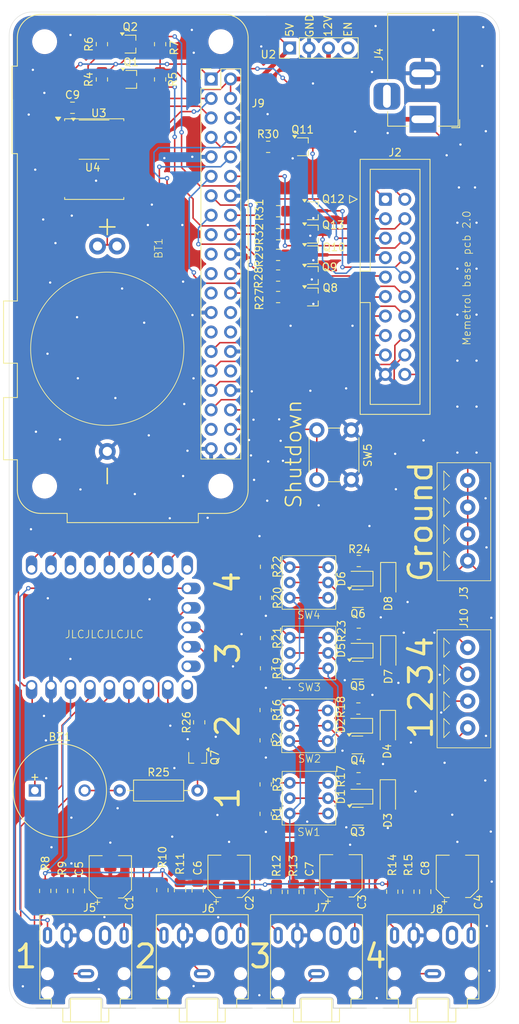
<source format=kicad_pcb>
(kicad_pcb (version 20240108) (generator "pcbnew") (generator_version "8.0")
  (layers (0 "F.Cu" signal) (31 "B.Cu" signal) (34 "B.Paste" user) (35 "F.Paste" user) (36 "B.SilkS" user "B.Silkscreen") (37 "F.SilkS" user "F.Silkscreen") (38 "B.Mask" user) (39 "F.Mask" user) (44 "Edge.Cuts" user))
  (net 0 "")
  (net 1 "+BATT")
  (net 2 "GND")
  (net 3 "Net-(BZ1--)")
  (net 4 "+5V")
  (net 5 "Net-(C1-Pad1)")
  (net 6 "Net-(C2-Pad1)")
  (net 7 "Net-(C3-Pad1)")
  (net 8 "Net-(C4-Pad1)")
  (net 9 "+3.3V")
  (net 10 "Net-(D1-A)")
  (net 11 "/current-measurement_relays_and_buzzer/relay_drivers/Relay_1_12v")
  (net 12 "Net-(D2-A)")
  (net 13 "/current-measurement_relays_and_buzzer/relay_drivers/Relay_2_12v")
  (net 14 "+12V")
  (net 15 "Net-(D5-A)")
  (net 16 "/current-measurement_relays_and_buzzer/relay_drivers/Relay_3_12v")
  (net 17 "Net-(D6-A)")
  (net 18 "/current-measurement_relays_and_buzzer/relay_drivers/Relay_4_12v")
  (net 19 "/LED_dryer_12V")
  (net 20 "/LED_washing_machine_2_12V")
  (net 21 "/LED_washing_machine_0_12V")
  (net 22 "/SDA_5V")
  (net 23 "/LED_cold_12V")
  (net 24 "/Button_hot")
  (net 25 "/LED_hot_12V")
  (net 26 "/LED_washing_machine_1_12V")
  (net 27 "/Button_washing_machine_1")
  (net 28 "/RFID_reset")
  (net 29 "/Button_washing_machine_0")
  (net 30 "/SCL_5V")
  (net 31 "/RFID_INT")
  (net 32 "/Button_cold")
  (net 33 "/Button_washing_machine_2")
  (net 34 "/Button_dryer")
  (net 35 "/current-measurement_relays_and_buzzer/clamp_1_voltage")
  (net 37 "/current-measurement_relays_and_buzzer/clamp_1_detect")
  (net 38 "/current-measurement_relays_and_buzzer/clamp_2_detect")
  (net 39 "/current-measurement_relays_and_buzzer/clamp_2_voltage")
  (net 41 "/current-measurement_relays_and_buzzer/clamp_3_voltage")
  (net 42 "/current-measurement_relays_and_buzzer/clamp_3_detect")
  (net 44 "/current-measurement_relays_and_buzzer/clamp_4_detect")
  (net 45 "/current-measurement_relays_and_buzzer/clamp_4_voltage")
  (net 47 "/SPI_0_MOSI")
  (net 48 "/LED_washing_machine_2_3V3")
  (net 49 "/SPI_0_MISO")
  (net 53 "/LED_cold_3V3")
  (net 54 "/LED_hot_3V3")
  (net 55 "/LED_washing_machine_1_3V3")
  (net 56 "/Shutdown")
  (net 57 "/RPZ_TX")
  (net 58 "/SCL_3V3")
  (net 59 "/LED_washing_machine_0_3V3")
  (net 60 "/SDA_3V3")
  (net 62 "/RPZ_RX")
  (net 63 "/SPI_0_SCLK")
  (net 65 "/LED_dryer_3V3")
  (net 67 "Net-(Q3-G)")
  (net 68 "Net-(Q4-G)")
  (net 69 "Net-(Q5-G)")
  (net 70 "Net-(Q6-G)")
  (net 71 "Net-(Q7-D)")
  (net 72 "Net-(Q7-G)")
  (net 73 "/current-measurement_relays_and_buzzer/relay_drivers/Relay_1_3v3")
  (net 74 "/current-measurement_relays_and_buzzer/relay_drivers/Relay_2_3v3")
  (net 75 "Net-(SW1A-A)")
  (net 76 "+3.3VADC")
  (net 77 "Net-(SW2A-A)")
  (net 78 "/current-measurement_relays_and_buzzer/relay_drivers/Relay_3_3v3")
  (net 79 "/current-measurement_relays_and_buzzer/relay_drivers/Relay_4_3v3")
  (net 80 "Net-(SW3A-A)")
  (net 81 "Net-(SW4A-A)")
  (net 82 "/current-measurement_relays_and_buzzer/Buzzer")
  (net 95 "Net-(Q8-G)")
  (net 96 "Net-(Q9-G)")
  (net 97 "Net-(Q10-G)")
  (net 98 "Net-(Q11-G)")
  (net 99 "Net-(Q12-G)")
  (net 100 "Net-(Q13-G)")
  (footprint "Resistor_SMD:R_0805_2012Metric_Pad1.20x1.40mm_HandSolder" (layer "F.Cu") (at 75.525 130.45 -90)
    (property "Reference" "R20")
    (property "Value" "10k")
  )
  (footprint "lib:DPDT_7x7mm_blue-white" (layer "F.Cu") (at 81.075 147.15 -90)
    (property "Reference" "SW2")
    (property "Value" "SW_DPDT_x2")
  )
  (footprint "Capacitor_SMD:C_0805_2012Metric_Pad1.18x1.45mm_HandSolder" (layer "F.Cu") (at 50.2625 66.5)
    (property "Reference" "C9")
    (property "Value" "100nF")
  )
  (footprint "Package_SO:SOIC-8_3.9x4.9mm_P1.27mm" (layer "F.Cu") (at 53.075 70.66)
    (property "Reference" "U4")
    (property "Value" "DS3231MZ")
  )
  (footprint "LED_SMD:LED_0805_2012Metric_Pad1.15x1.40mm_HandSolder" (layer "F.Cu") (at 87.625 127.95 180)
    (property "Reference" "D6")
    (property "Value" "BLUE_LED")
  )
  (footprint "Resistor_SMD:R_0805_2012Metric_Pad1.20x1.40mm_HandSolder" (layer "F.Cu") (at 75.525 139.65 -90)
    (property "Reference" "R19")
    (property "Value" "10k")
  )
  (footprint "Connector_Audio:Jack_3.5mm_CUI_SJ1-3525N_Horizontal" (layer "F.Cu") (at 97.3 179.5)
    (property "Reference" "J8")
    (property "Value" "AudioJack3_SwitchTR")
    (fp_line (start -2.2 3.5) (end -2.2 4.5) (stroke (width 0.12)) (layer "Edge.Cuts"))
    (fp_line (start -2.2 4.5) (end -6.5 4.5) (stroke (width 0.12)) (layer "Edge.Cuts"))
    (fp_line (start 1.8 3.1) (end -1.8 3.1) (stroke (width 0.12)) (layer "Edge.Cuts"))
    (fp_line (start 2.2 3.5) (end 2.2 4.5) (stroke (width 0.12)) (layer "Edge.Cuts"))
    (fp_line (start 2.2 4.5) (end 3.4 4.5) (stroke (width 0.12)) (layer "Edge.Cuts"))
    (fp_arc (start -2.2 3.5) (mid -2.082842 3.217158) (end -1.8 3.1) (stroke (width 0.12)) (layer "Edge.Cuts"))
    (fp_arc (start 1.8 3.1) (mid 2.082843 3.217157) (end 2.2 3.5) (stroke (width 0.12)) (layer "Edge.Cuts"))
  )
  (footprint "lib:SOT-323_SC-70_large_drain" (layer "F.Cu") (at 87.475 130.55)
    (property "Reference" "Q6")
    (property "Value" "BSS138")
  )
  (footprint "Resistor_SMD:R_0805_2012Metric_Pad1.20x1.40mm_HandSolder" (layer "F.Cu") (at 54.1 58.2 -90)
    (property "Reference" "R6")
    (property "Value" "10k")
  )
  (footprint "Capacitor_SMD:C_0805_2012Metric_Pad1.18x1.45mm_HandSolder" (layer "F.Cu") (at 66.6 168.6 90)
    (property "Reference" "C6")
    (property "Value" "100nF")
  )
  (footprint "lib:rp2040-zero-tht" (layer "F.Cu") (at 55.08 134.304999 90)
    (property "Reference" "U1" (hide yes))
    (property "Value" "rp2040-zero" (hide yes))
  )
  (footprint "Capacitor_SMD:CP_Elec_5x5.3" (layer "F.Cu") (at 85.3 166.73 90)
    (property "Reference" "C3")
    (property "Value" "150uF")
  )
  (footprint "Resistor_THT:R_Axial_DIN0207_L6.3mm_D2.5mm_P10.16mm_Horizontal" (layer "F.Cu") (at 56.42 155.6)
    (property "Reference" "R25")
    (property "Value" "?")
  )
  (footprint "Package_TO_SOT_SMD:SOT-323_SC-70_Handsoldering" (layer "F.Cu") (at 66.6 151.3 -90)
    (property "Reference" "Q7")
    (property "Value" "BSS138")
  )
  (footprint "Package_TO_SOT_SMD:SOT-323_SC-70_Handsoldering" (layer "F.Cu") (at 81.6 88.4)
    (property "Reference" "Q9")
    (property "Value" "BSS138")
  )
  (footprint "Resistor_SMD:R_0805_2012Metric_Pad1.20x1.40mm_HandSolder" (layer "F.Cu") (at 75.525 126.4 -90)
    (property "Reference" "R22")
    (property "Value" "10k")
  )
  (footprint "Resistor_SMD:R_0805_2012Metric_Pad1.20x1.40mm_HandSolder" (layer "F.Cu") (at 77.1 88.4)
    (property "Reference" "R28")
    (property "Value" "10k")
  )
  (footprint "Resistor_SMD:R_0805_2012Metric_Pad1.20x1.40mm_HandSolder" (layer "F.Cu") (at 61.7 58.2 90)
    (property "Reference" "R7")
    (property "Value" "10k")
  )
  (footprint "Package_TO_SOT_SMD:SOT-323_SC-70_Handsoldering" (layer "F.Cu") (at 57.9 62.8)
    (property "Reference" "Q1")
    (property "Value" "BSS138")
  )
  (footprint "Package_TO_SOT_SMD:SOT-323_SC-70_Handsoldering" (layer "F.Cu") (at 81.6 91.2)
    (property "Reference" "Q8")
    (property "Value" "BSS138")
  )
  (footprint "Resistor_SMD:R_0805_2012Metric_Pad1.20x1.40mm_HandSolder" (layer "F.Cu") (at 87.575 144.9)
    (property "Reference" "R18")
    (property "Value" "1k8")
  )
  (footprint "Resistor_SMD:R_0805_2012Metric_Pad1.20x1.40mm_HandSolder" (layer "F.Cu") (at 87.599999 154)
    (property "Reference" "R17")
    (property "Value" "1k8")
  )
  (footprint "Resistor_SMD:R_0805_2012Metric_Pad1.20x1.40mm_HandSolder" (layer "F.Cu") (at 61.7 62.8 -90)
    (property "Reference" "R5")
    (property "Value" "10k")
  )
  (footprint "Diode_SMD:D_SOD-123F" (layer "F.Cu") (at 91.425 147.35 -90)
    (property "Reference" "D4")
    (property "Value" "1N4007")
  )
  (footprint "LED_SMD:LED_0805_2012Metric_Pad1.15x1.40mm_HandSolder" (layer "F.Cu") (at 87.575 147.15 180)
    (property "Reference" "D2")
    (property "Value" "BLUE_LED")
  )
  (footprint "Resistor_SMD:R_0805_2012Metric_Pad1.20x1.40mm_HandSolder" (layer "F.Cu") (at 92 168.8 -90)
    (property "Reference" "R14")
    (property "Value" "10k")
  )
  (footprint "Capacitor_SMD:CP_Elec_5x5.3" (layer "F.Cu") (at 55.2 166.8625 90)
    (property "Reference" "C1")
    (property "Value" "150uF")
  )
  (footprint "LED_SMD:LED_0805_2012Metric_Pad1.15x1.40mm_HandSolder" (layer "F.Cu") (at 87.599999 156.4 180)
    (property "Reference" "D1")
    (property "Value" "BLUE_LED")
  )
  (footprint "Resistor_SMD:R_0805_2012Metric_Pad1.20x1.40mm_HandSolder" (layer "F.Cu") (at 94.1 168.8 90)
    (property "Reference" "R15")
    (property "Value" "10k")
  )
  (footprint "Resistor_SMD:R_0805_2012Metric_Pad1.20x1.40mm_HandSolder" (layer "F.Cu") (at 48.9 168.7 90)
    (property "Reference" "R9")
    (property "Value" "10k")
  )
  (footprint "Resistor_SMD:R_0805_2012Metric_Pad1.20x1.40mm_HandSolder" (layer "F.Cu") (at 75.8 71.6)
    (property "Reference" "R30")
    (property "Value" "10k")
  )
  (footprint "Diode_SMD:D_SOD-123F" (layer "F.Cu") (at 91.425 156.4 -90)
    (property "Reference" "D3")
    (property "Value" "1N4007")
  )
  (footprint "Resistor_SMD:R_0805_2012Metric_Pad1.20x1.40mm_HandSolder" (layer "F.Cu") (at 77.1 83)
    (property "Reference" "R32")
    (property "Value" "10k")
  )
  (footprint "Resistor_SMD:R_0805_2012Metric_Pad1.20x1.40mm_HandSolder" (layer "F.Cu") (at 77.1 91.2)
    (property "Reference" "R27")
    (property "Value" "10k")
  )
  (footprint "Connector_Audio:Jack_3.5mm_CUI_SJ1-3525N_Horizontal" (layer "F.Cu") (at 67.2 179.5)
    (property "Reference" "J6")
    (property "Value" "AudioJack3_SwitchTR")
    (fp_line (start -2.2 3.5) (end -2.2 4.5) (stroke (width 0.12)) (layer "Edge.Cuts"))
    (fp_line (start -2.2 4.5) (end -6.5 4.5) (stroke (width 0.12)) (layer "Edge.Cuts"))
    (fp_line (start 1.8 3.1) (end -1.8 3.1) (stroke (width 0.12)) (layer "Edge.Cuts"))
    (fp_line (start 2.2 3.5) (end 2.2 4.5) (stroke (width 0.12)) (layer "Edge.Cuts"))
    (fp_line (start 2.2 4.5) (end 6.5 4.5) (stroke (width 0.12)) (layer "Edge.Cuts"))
    (fp_arc (start -2.2 3.5) (mid -2.082842 3.217158) (end -1.8 3.1) (stroke (width 0.12)) (layer "Edge.Cuts"))
    (fp_arc (start 1.8 3.1) (mid 2.082843 3.217157) (end 2.2 3.5) (stroke (width 0.12)) (layer "Edge.Cuts"))
  )
  (footprint "Resistor_SMD:R_0805_2012Metric_Pad1.20x1.40mm_HandSolder" (layer "F.Cu") (at 75.475 149.05 -90)
    (property "Reference" "R2")
    (property "Value" "10k")
  )
  (footprint "Resistor_SMD:R_0805_2012Metric_Pad1.20x1.40mm_HandSolder" (layer "F.Cu") (at 64.3 168.6 90)
    (property "Reference" "R11")
    (property "Value" "10k")
  )
  (footprint "Resistor_SMD:R_0805_2012Metric_Pad1.20x1.40mm_HandSolder" (layer "F.Cu") (at 66.8 146.7 90)
    (property "Reference" "R26")
    (property "Value" "10k")
  )
  (footprint "Capacitor_SMD:C_0805_2012Metric_Pad1.18x1.45mm_HandSolder" (layer "F.Cu") (at 96.3 168.8 90)
    (property "Reference" "C8")
    (property "Value" "100nF")
  )
  (footprint "Capacitor_SMD:CP_Elec_5x5.3" (layer "F.Cu") (at 70.7 166.8 90)
    (property "Reference" "C2")
    (property "Value" "150uF")
  )
  (footprint "Package_TO_SOT_SMD:SOT-323_SC-70_Handsoldering" (layer "F.Cu") (at 81.6 83)
    (property "Reference" "Q13")
    (property "Value" "BSS138")
  )
  (footprint "Resistor_SMD:R_0805_2012Metric_Pad1.20x1.40mm_HandSolder" (layer "F.Cu") (at 75.475 154.8 -90)
    (property "Reference" "R3")
    (property "Value" "10k")
  )
  (footprint "Package_TO_SOT_SMD:SOT-323_SC-70_Handsoldering" (layer "F.Cu") (at 81.6 79.95)
    (property "Reference" "Q12")
    (property "Value" "BSS138")
  )
  (footprint "Resistor_SMD:R_0805_2012Metric_Pad1.20x1.40mm_HandSolder" (layer "F.Cu") (at 87.625 125.65)
    (property "Reference" "R24")
    (property "Value" "1k8")
  )
  (footprint "Connector_IDC:IDC-Header_2x10_P2.54mm_Vertical" (layer "F.Cu") (at 91.1 78.44)
    (property "Reference" "J2")
    (property "Value" "Conn_02x10_Odd_Even")
  )
  (footprint "Button_Switch_THT:SW_PUSH_6mm_H7.3mm" (layer "F.Cu") (at 86.65 108.55 -90)
    (property "Reference" "SW5")
    (property "Value" "SW_power_RPZ")
  )
  (footprint "8971039:8971039" (layer "F.Cu") (at 101.350001 120.52 90)
    (property "Reference" "J3")
    (property "Value" "Conn_01x04")
  )
  (footprint "Package_TO_SOT_SMD:SOT-323_SC-70_Handsoldering" (layer "F.Cu") (at 57.8 58.2)
    (property "Reference" "Q2")
    (property "Value" "BSS138")
  )
  (footprint "Diode_SMD:D_SOD-123F" (layer "F.Cu") (at 91.475 137.6 -90)
    (property "Reference" "D7")
    (property "Value" "1N4007")
  )
  (footprint "Resistor_SMD:R_0805_2012Metric_Pad1.20x1.40mm_HandSolder" (layer "F.Cu") (at 75.525 135.7 -90)
    (property "Reference" "R21")
    (property "Value" "10k")
  )
  (footprint "Package_SO:SOIC-16W_7.5x10.3mm_P1.27mm" (layer "F.Cu") (at 53.1 73.2)
    (property "Reference" "U3")
    (property "Value" "DS3231M")
  )
  (footprint "Resistor_SMD:R_0805_2012Metric_Pad1.20x1.40mm_HandSolder" (layer "F.Cu") (at 75.475 145.1 -90)
    (property "Reference" "R16")
    (property "Value" "10k")
  )
  (footprint "lib:SOT-323_SC-70_large_drain" (layer "F.Cu") (at 87.425 149.650001)
    (property "Reference" "Q4")
    (property "Value" "BSS138")
  )
  (footprint "8971039:8971039" (layer "F.Cu") (at 101.35 142.325 90)
    (property "Reference" "J10")
    (property "Value" "Conn_01x04")
  )
  (footprint "Capacitor_SMD:C_0805_2012Metric_Pad1.18x1.45mm_HandSolder" (layer "F.Cu") (at 51.1 168.7 90)
    (property "Reference" "C5")
    (property "Value" "100nF")
  )
  (footprint "Resistor_SMD:R_0805_2012Metric_Pad1.20x1.40mm_HandSolder" (layer "F.Cu") (at 79.1 168.83 90)
    (property "Reference" "R13")
    (property "Value" "10k")
  )
  (footprint "Resistor_SMD:R_0805_2012Metric_Pad1.20x1.40mm_HandSolder" (layer "F.Cu") (at 77.1 85.7)
    (property "Reference" "R29")
    (property "Value" "10k")
  )
  (footprint "Connector_BarrelJack:BarrelJack_Horizontal" (layer "F.Cu") (at 96 68 -90)
    (property "Reference" "J4")
    (property "Value" "Barrel_Jack_MountingPin")
  )
  (footprint "Capacitor_SMD:C_0805_2012Metric_Pad1.18x1.45mm_HandSolder" (layer "F.Cu") (at 81.2 168.83 90)
    (property "Reference" "C7")
    (property "Value" "100nF")
  )
  (footprint "Resistor_SMD:R_0805_2012Metric_Pad1.20x1.40mm_HandSolder" (layer "F.Cu") (at 46.7 168.7 -90)
    (property "Reference" "R8")
    (property "Value" "10k")
  )
  (footprint "lib:DPDT_7x7mm_blue-white" (layer "F.Cu") (at 81.125 156.6 -90)
    (property "Reference" "SW1")
    (property "Value" "SW_DPDT_x2")
  )
  (footprint "Resistor_SMD:R_0805_2012Metric_Pad1.20x1.40mm_HandSolder" (layer "F.Cu") (at 76.9 168.83 -90)
    (property "Reference" "R12")
    (property "Value" "10k")
  )
  (footprint "Resistor_SMD:R_0805_2012Metric_Pad1.20x1.40mm_HandSolder" (layer "F.Cu") (at 62 168.6 -90)
    (property "Reference" "R10")
    (property "Value" "10k")
  )
  (footprint "Buzzer_Beeper:MagneticBuzzer_ProSignal_ABT-410-RC" (layer "F.Cu") (at 45.349999 155.6)
    (property "Reference" "BZ1")
    (property "Value" "Buzzer")
  )
  (footprint "Connector_Audio:Jack_3.5mm_CUI_SJ1-3525N_Horizontal" (layer "F.Cu") (at 82.11 179.5)
    (property "Reference" "J7")
    (property "Value" "AudioJack3_SwitchTR")
    (fp_line (start -2.2 3.5) (end -2.2 4.5) (stroke (width 0.12)) (layer "Edge.Cuts"))
    (fp_line (start -2.2 4.5) (end -6.5 4.5) (stroke (width 0.12)) (layer "Edge.Cuts"))
    (fp_line (start 1.8 3.1) (end -1.8 3.1) (stroke (width 0.12)) (layer "Edge.Cuts"))
    (fp_line (start 2.2 3.5) (end 2.2 4.5) (stroke (width 0.12)) (layer "Edge.Cuts"))
    (fp_line (start 2.2 4.5) (end 6.5 4.5) (stroke (width 0.12)) (layer "Edge.Cuts"))
    (fp_arc (start -2.2 3.5) (mid -2.082842 3.217158) (end -1.8 3.1) (stroke (width 0.12)) (layer "Edge.Cuts"))
    (fp_arc (start 1.8 3.1) (mid 2.082843 3.217157) (end 2.2 3.5) (stroke (width 0.12)) (layer "Edge.Cuts"))
  )
  (footprint "lib:RS_PRO_CR2032_237-8358" (layer "F.Cu") (at 54.8 97.950001 90)
    (property "Reference" "BT1")
    (property "Value" "CR2032_battery_holder_2x_positive")
  )
  (footprint "lib:SOT-323_SC-70_large_drain" (layer "F.Cu") (at 87.475 158.95)
    (property "Reference" "Q3")
    (property "Value" "BSS138")
  )
  (footprint "Resistor_SMD:R_0805_2012Metric_Pad1.20x1.40mm_HandSolder" (layer "F.Cu") (at 77.1 80)
    (property "Reference" "R31")
    (property "Value" "10k")
  )
  (footprint "Resistor_SMD:R_0805_2012Metric_Pad1.20x1.40mm_HandSolder" (layer "F.Cu") (at 87.625 135.15)
    (property "Reference" "R23")
    (property "Value" "1k8")
  )
  (footprint "Resistor_SMD:R_0805_2012Metric_Pad1.20x1.40mm_HandSolder" (layer "F.Cu") (at 54.1 62.8 -90)
    (property "Reference" "R4")
    (property "Value" "10k")
  )
  (footprint "Diode_SMD:D_SOD-123F" (layer "F.Cu") (at 91.475 128.05 -90)
    (property "Reference" "D8")
    (property "Value" "1N4007")
  )
  (footprint "lib:Raspberry_Pi_Zero_Socketed_THT_FaceUp_MountingHoles" (layer "F.Cu") (at 47.955 62.745)
    (property "Reference" "J9")
    (property "Value" "Raspberry_Pi_Zero")
  )
  (footprint "Connector_Audio:Jack_3.5mm_CUI_SJ1-3525N_Horizontal" (layer "F.Cu") (at 52 179.5)
    (property "Reference" "J5")
    (property "Value" "AudioJack3_SwitchTR")
    (fp_line (start -2.2 3.5) (end -2.2 4.5) (stroke (width 0.12)) (layer "Edge.Cuts"))
    (fp_line (start -2.2 4.5) (end -6.5 4.5) (stroke (width 0.12)) (layer "Edge.Cuts"))
    (fp_line (start 1.8 3.1) (end -1.8 3.1) (stroke (width 0.12)) (layer "Edge.Cuts"))
    (fp_line (start 2.2 3.5) (end 2.2 4.5) (stroke (width 0.12)) (layer "Edge.Cuts"))
    (fp_line (start 2.2 4.5) (end 6.5 4.5) (stroke (width 0.12)) (layer "Edge.Cuts"))
    (fp_arc (start -2.2 3.5) (mid -2.082842 3.217158) (end -1.8 3.1) (stroke (width 0.12)) (layer "Edge.Cuts"))
    (fp_arc (start 1.8 3.1) (mid 2.082843 3.217157) (end 2.2 3.5) (stroke (width 0.12)) (layer "Edge.Cuts"))
  )
  (footprint "Package_TO_SOT_SMD:SOT-323_SC-70_Handsoldering" (layer "F.Cu") (at 80.3 71.6)
    (property "Reference" "Q11")
    (property "Value" "BSS138")
  )
  (footprint "LED_SMD:LED_0805_2012Metric_Pad1.15x1.40mm_HandSolder" (layer "F.Cu") (at 87.625 137.35 180)
    (property "Reference" "D5")
    (property "Value" "BLUE_LED")
  )
  (footprint "lib:DPDT_7x7mm_blue-white" (layer "F.Cu") (at 81.125 137.65 -90)
    (property "Reference" "SW3")
    (property "Value" "SW_DPDT_x2")
  )
  (footprint "lib:DPDT_7x7mm_blue-white" (layer "F.Cu") (at 81.125 128.45 -90)
    (property "Reference" "SW4")
    (property "Value" "SW_DPDT_x2")
  )
  (footprint "Capacitor_SMD:CP_Elec_5x5.3" (layer "F.Cu") (at 100.5 166.8 90)
    (property "Reference" "C4")
    (property "Value" "150uF")
  )
  (footprint "lib:SOT-323_SC-70_large_drain" (layer "F.Cu") (at 87.475 139.9)
    (property "Reference" "Q5")
    (property "Value" "BSS138")
  )
  (footprint "Package_TO_SOT_SMD:SOT-323_SC-70_Handsoldering" (layer "F.Cu") (at 81.6 85.7)
    (property "Reference" "Q10")
    (property "Value" "BSS138")
  )
  (footprint "Resistor_SMD:R_0805_2012Metric_Pad1.20x1.40mm_HandSolder" (layer "F.Cu") (at 75.475 158.65 -90)
    (property "Reference" "R1")
    (property "Value" "10k")
  )
  (footprint "lib:MP2315_board_vertical" (layer "F.Cu") (at 78.6 58.7 90)
    (property "Reference" "U2")
    (property "Value" "~")
  )
  (gr_line (start 106 57) (end 106 181) (stroke (width 0.05)) (layer "Edge.Cuts"))
  (gr_line (start 75.61 184) (end 73.7 184) (stroke (width 0.05)) (layer "Edge.Cuts"))
  (gr_arc (start 106 181) (mid 105.12132 183.12132) (end 103 184) (stroke (width 0.05)) (layer "Edge.Cuts"))
  (gr_arc (start 45 184) (mid 42.87868 183.12132) (end 42 181) (stroke (width 0.05)) (layer "Edge.Cuts"))
  (gr_line (start 45 54) (end 103 54) (stroke (width 0.05)) (layer "Edge.Cuts"))
  (gr_line (start 100.7 184) (end 103 184) (stroke (width 0.05)) (layer "Edge.Cuts"))
  (gr_line (start 42 181) (end 42 57) (stroke (width 0.05)) (layer "Edge.Cuts"))
  (gr_line (start 90.8 184) (end 88.61 184) (stroke (width 0.05)) (layer "Edge.Cuts"))
  (gr_arc (start 103 54) (mid 105.12132 54.87868) (end 106 57) (stroke (width 0.05)) (layer "Edge.Cuts"))
  (gr_line (start 45.5 184) (end 45 184) (stroke (width 0.05)) (layer "Edge.Cuts"))
  (gr_arc (start 42 57) (mid 42.87868 54.87868) (end 45 54) (stroke (width 0.05)) (layer "Edge.Cuts"))
  (gr_line (start 58.5 184) (end 60.7 184) (stroke (width 0.05)) (layer "Edge.Cuts"))
  (gr_text "4" (at 89.8 179 0) (layer "F.SilkS") (effects (font (size 3 3) (thickness 0.4)) (justify bottom)))
  (gr_text "Ground" (at 97.450001 120.52 90) (layer "F.SilkS") (effects (font (size 3 3) (thickness 0.4)) (justify bottom)))
  (gr_text "3" (at 72.325 137.65 90) (layer "F.SilkS") (effects (font (size 3 3) (thickness 0.4)) (justify bottom)))
  (gr_text "2" (at 59.8 179 0) (layer "F.SilkS") (effects (font (size 3 3) (thickness 0.4)) (justify bottom)))
  (gr_text "3" (at 97.5 140.425 90) (layer "F.SilkS") (effects (font (size 3 3) (thickness 0.4)) (justify bottom)))
  (gr_text "2" (at 72.275 147.15 90) (layer "F.SilkS") (effects (font (size 3 3) (thickness 0.4)) (justify bottom)))
  (gr_text "1" (at 72.275 156.6 90) (layer "F.SilkS") (effects (font (size 3 3) (thickness 0.4)) (justify bottom)))
  (gr_text "JLCJLCJLCJLC" (at 49.2 135.8 0) (layer "F.SilkS") (effects (font (size 1 1) (thickness 0.1)) (justify left bottom)))
  (gr_text "3" (at 74.8 179 0) (layer "F.SilkS") (effects (font (size 3 3) (thickness 0.4)) (justify bottom)))
  (gr_text "Memetrol base pcb 2.0" (at 102.3 97.6 90) (layer "F.SilkS") (effects (font (size 1 1) (thickness 0.1)) (justify left bottom)))
  (gr_text "Shutdown" (at 80.3 118.92 90) (layer "F.SilkS") (effects (font (size 2 2) (thickness 0.2)) (justify left bottom)))
  (gr_text "1" (at 97.5 147.425 90) (layer "F.SilkS") (effects (font (size 3 3) (thickness 0.4)) (justify bottom)))
  (gr_text "4" (at 97.5 136.925 90) (layer "F.SilkS") (effects (font (size 3 3) (thickness 0.4)) (justify bottom)))
  (gr_text "1" (at 44.2 179 0) (layer "F.SilkS") (effects (font (size 3 3) (thickness 0.4)) (justify bottom)))
  (gr_text "4" (at 72.325 128.45 90) (layer "F.SilkS") (effects (font (size 3 3) (thickness 0.4)) (justify bottom)))
  (gr_text "2" (at 97.5 143.925 90) (layer "F.SilkS") (effects (font (size 3 3) (thickness 0.4)) (justify bottom)))
  (segment (start 55.55 71.295) (end 57.75 71.295) (width 0.2) (layer "F.Cu") (net 1))
  (segment (start 53.680002 84.4) (end 53.53 84.550002) (width 0.2) (layer "F.Cu") (net 1))
  (segment (start 59.5 72.020001) (end 58.774999 71.295) (width 0.2) (layer "F.Cu") (net 1))
  (segment (start 59.5 78.5) (end 59.5 72.020001) (width 0.2) (layer "F.Cu") (net 1))
  (segment (start 58.774999 71.295) (end 57.75 71.295) (width 0.2) (layer "F.Cu") (net 1))
  (segment (start 54.8 84.4) (end 55.919998 84.4) (width 0.2) (layer "F.Cu") (net 1))
  (segment (start 54.8 84.4) (end 53.680002 84.4) (width 0.2) (layer "F.Cu") (net 1))
  (segment (start 54.8 83.2) (end 59.5 78.5) (width 0.2) (layer "F.Cu") (net 1))
  (segment (start 55.919998 84.4) (end 56.07 84.550002) (width 0.2) (layer "F.Cu") (net 1))
  (segment (start 54.8 84.4) (end 54.8 83.2) (width 0.2) (layer "F.Cu") (net 1))
  (segment (start 48.449999 76.375) (end 48.45 75.105) (width 0.2) (layer "F.Cu") (net 2))
  (segment (start 80.27 86.35) (end 81.65 86.35) (width 0.2) (layer "F.Cu") (net 2))
  (segment (start 48.45 77.645) (end 48.449999 76.375) (width 0.2) (layer "F.Cu") (net 2))
  (segment (start 57.75 73.835) (end 57.75 75.105) (width 0.2) (layer "F.Cu") (net 2))
  (segment (start 80.27 89.05) (end 81.35 89.05) (width 0.2) (layer "F.Cu") (net 2))
  (segment (start 81.35 89.05) (end 81.5 88.9) (width 0.2) (layer "F.Cu") (net 2))
  (segment (start 53.4 67.8) (end 53.4 71.389999) (width 0.2) (layer "F.Cu") (net 2))
  (segment (start 81.45 91.85) (end 81.7 92.1) (width 0.2) (layer "F.Cu") (net 2))
  (segment (start 75.525 131.45) (end 75.525 132.775) (width 0.2) (layer "F.Cu") (net 2))
  (segment (start 75.525 132.775) (end 75.5 132.8) (width 0.2) (layer "F.Cu") (net 2))
  (segment (start 86.475 159.6) (end 86.475 159.925) (width 0.2) (layer "F.Cu") (net 2))
  (segment (start 85.3 163.875001) (end 85.3 164.53) (width 0.2) (layer "F.Cu") (net 2))
  (segment (start 78.97 72.25) (end 78.97 73.07) (width 0.2) (layer "F.Cu") (net 2))
  (segment (start 75.475 160.975) (end 75.5 161) (width 0.2) (layer "F.Cu") (net 2))
  (segment (start 48.45 75.105) (end 48.45 73.835) (width 0.2) (layer "F.Cu") (net 2))
  (segment (start 75.525 140.65) (end 75.525 142.175) (width 0.2) (layer "F.Cu") (net 2))
  (segment (start 51.3 66.5) (end 52.1 66.5) (width 0.2) (layer "F.Cu") (net 2))
  (segment (start 70.7 162.3) (end 70.7 164.6) (width 0.2) (layer "F.Cu") (net 2))
  (segment (start 75.525 142.175) (end 75.5 142.2) (width 0.2) (layer "F.Cu") (net 2))
  (segment (start 86.5 162.675001) (end 85.3 163.875001) (width 0.2) (layer "F.Cu") (net 2))
  (segment (start 54.005001 71.994999) (end 52.165 73.835) (width 0.2) (layer "F.Cu") (net 2))
  (segment (start 65.950001 149.97) (end 65.950001 149.550001) (width 0.2) (layer "F.Cu") (net 2))
  (segment (start 80.27 91.85) (end 81.45 91.85) (width 0.2) (layer "F.Cu") (net 2))
  (segment (start 53.4 71.389999) (end 54.005001 71.994999) (width 0.2) (layer "F.Cu") (net 2))
  (segment (start 57.750001 76.375) (end 57.75 75.105) (width 0.2) (layer "F.Cu") (net 2))
  (segment (start 86.475 140.55) (end 86.45 140.55) (width 0.2) (layer "F.Cu") (net 2))
  (segment (start 75.475 150.05) (end 75.475 151.275) (width 0.2) (layer "F.Cu") (net 2))
  (segment (start 86.475 159.925) (end 86 160.4) (width 0.2) (layer "F.Cu") (net 2))
  (segment (start 65.950001 149.550001) (end 65.3 148.9) (width 0.2) (layer "F.Cu") (net 2))
  (segment (start 86.45 140.55) (end 85.8 141.2) (width 0.2) (layer "F.Cu") (net 2))
  (segment (start 86.425 150.300001) (end 85.599999 150.300001) (width 0.2) (layer "F.Cu") (net 2))
  (segment (start 75.475 159.65) (end 75.475 160.975) (width 0.2) (layer "F.Cu") (net 2))
  (segment (start 54.005001 71.994999) (end 54.575001 72.565) (width 0.2) (layer "F.Cu") (net 2))
  (segment (start 100.5 162.3) (end 100.5 164.6) (width 0.2) (layer "F.Cu") (net 2))
  (segment (start 55.2 162.4) (end 55.2 164.6625) (width 0.2) (layer "F.Cu") (net 2))
  (segment (start 81.65 86.35) (end 81.7 86.4) (width 0.2) (layer "F.Cu") (net 2))
  (segment (start 81.4 80.6) (end 81.7 80.9) (width 0.2) (layer "F.Cu") (net 2))
  (segment (start 52.165 73.835) (end 48.45 73.835) (width 0.2) (layer "F.Cu") (net 2))
  (segment (start 57.75 77.645) (end 57.750001 76.375) (width 0.2) (layer "F.Cu") (net 2))
  (segment (start 57.75 72.565) (end 57.75 73.835) (width 0.2) (layer "F.Cu") (net 2))
  (segment (start 52.1 66.5) (end 53.4 67.8) (width 0.2) (layer "F.Cu") (net 2))
  (segment (start 80.27 80.6) (end 81.4 80.6) (width 0.2) (layer "F.Cu") (net 2))
  (segment (start 54.575001 72.565) (end 55.55 72.565) (width 0.2) (layer "F.Cu") (net 2))
  (segment (start 85.599999 150.300001) (end 85.5 150.4) (width 0.2) (layer "F.Cu") (net 2))
  (segment (start 57.75 72.565) (end 55.55 72.565) (width 0.2) (layer "F.Cu") (net 2))
  (segment (start 78.97 73.07) (end 79 73.1) (width 0.2) (layer "F.Cu") (net 2))
  (segment (start 80.85 83.65) (end 81.3 83.2) (width 0.2) (layer "F.Cu") (net 2))
  (segment (start 80.27 83.65) (end 80.85 83.65) (width 0.2) (layer "F.Cu") (net 2))
  (segment (start 75.475 151.275) (end 75.5 151.3) (width 0.2) (layer "F.Cu") (net 2))
  (via (at 104.93 133.06) (size 0.6) (drill 0.3) (layers "F.Cu" "B.Cu") (net 2))
  (via (at 81.5 88.9) (size 0.6) (drill 0.3) (layers "F.Cu" "B.Cu") (net 2))
  (via (at 92.38 111.66) (size 0.6) (drill 0.3) (layers "F.Cu" "B.Cu") (net 2))
  (via (at 48.63 109.78) (size 0.6) (drill 0.3) (layers "F.Cu" "B.Cu") (net 2))
  (via (at 81.31 103.43) (size 0.6) (drill 0.3) (layers "F.Cu" "B.Cu") (net 2))
  (via (at 102.8 76.9) (size 0.6) (drill 0.3) (layers "F.Cu" "B.Cu") (net 2))
  (via (at 69.18 158.79) (size 0.6) (drill 0.3) (layers "F.Cu" "B.Cu") (net 2))
  (via (at 46.83 153.99) (size 0.6) (drill 0.3) (layers "F.Cu" "B.Cu") (net 2))
  (via (at 65.84 56.34) (size 0.6) (drill 0.3) (layers "F.Cu" "B.Cu") (net 2))
  (via (at 89.41 143.12) (size 0.6) (drill 0.3) (layers "F.Cu" "B.Cu") (net 2))
  (via (at 100.5 81.5) (size 0.6) (drill 0.3) (layers "F.Cu" "B.Cu") (net 2))
  (via (at 103 93.5) (size 0.6) (drill 0.3) (layers "F.Cu" "B.Cu") (net 2))
  (via (at 90.79 152.14) (size 0.6) (drill 0.3) (layers "F.Cu" "B.Cu") (net 2))
  (via (at 73.56 111.87) (size 0.6) (drill 0.3) (layers "F.Cu" "B.Cu") (net 2))
  (via (at 103 105.5) (size 0.6) (drill 0.3) (layers "F.Cu" "B.Cu") (net 2))
  (via (at 82.39 118.38) (size 0.6) (drill 0.3) (layers "F.Cu" "B.Cu") (net 2))
  (via (at 86 160.4) (size 0.6) (drill 0.3) (layers "F.Cu" "B.Cu") (net 2))
  (via (at 65.27 111.26) (size 0.6) (drill 0.3) (layers "F.Cu" "B.Cu") (net 2))
  (via (at 66.09 59.32) (size 0.6) (drill 0.3) (layers "F.Cu" "B.Cu") (net 2))
  (via (at 85.98 103.12) (size 0.6) (drill 0.3) (layers "F.Cu" "B.Cu") (net 2))
  (via (at 45.09 61.55) (size 0.6) (drill 0.3) (layers "F.Cu" "B.Cu") (net 2))
  (via (at 63.28 161.62) (size 0.6) (drill 0.3) (layers "F.Cu" "B.Cu") (net 2))
  (via (at 89.35 61.83) (size 0.6) (drill 0.3) (layers "F.Cu" "B.Cu") (net 2))
  (via (at 65.92 93.55) (size 0.6) (drill 0.3) (layers "F.Cu" "B.Cu") (net 2))
  (via (at 81.65 63.33) (size 0.6) (drill 0.3) (layers "F.Cu" "B.Cu") (net 2))
  (via (at 104.86 160.96) (size 0.6) (drill 0.3) (layers "F.Cu" "B.Cu") (net 2))
  (via (at 103.87 55.98) (size 0.6) (drill 0.3) (layers "F.Cu" "B.Cu") (net 2))
  (via (at 100.9 71.3) (size 0.6) (drill 0.3) (layers "F.Cu" "B.Cu") (net 2))
  (via (at 64.7 114.56) (size 0.6) (drill 0.3) (layers "F.Cu" "B.Cu") (net 2))
  (via (at 100.5 111.5) (size 0.6) (drill 0.3) (layers "F.Cu" "B.Cu") (net 2))
  (via (at 104.67 179.11) (size 0.6) (drill 0.3) (layers "F.Cu" "B.Cu") (net 2))
  (via (at 104.98 167.49) (size 0.6) (drill 0.3) (layers "F.Cu" "B.Cu") (net 2))
  (via (at 75.5 132.8) (size 0.6) (drill 0.3) (layers "F.Cu" "B.Cu") (net 2))
  (via (at 44.55 67.39) (size 0.6) (drill 0.3) (layers "F.Cu" "B.Cu") (net 2))
  (via (at 86.5 162.675001) (size 0.6) (drill 0.3) (layers "F.Cu" "B.Cu") (net 2))
  (via (at 74.65 182.31) (size 0.6) (drill 0.3) (layers "F.Cu" "B.Cu") (net 2))
  (via (at 64.6 81.8) (size 0.6) (drill 0.3) (layers "F.Cu" "B.Cu") (net 2))
  (via (at 81.3 83.2) (size 0.6) (drill 0.3) (layers "F.Cu" "B.Cu") (net 2))
  (via (at 62.25 73.07) (size 0.6) (drill 0.3) (layers "F.Cu" "B.Cu") (net 2))
  (via (at 79 73.1) (size 0.6) (drill 0.3) (layers "F.Cu" "B.Cu") (net 2))
  (via (at 89.02 121.08) (size 0.6) (drill 0.3) (layers "F.Cu" "B.Cu") (net 2))
  (via (at 93.5 135) (size 0.6) (drill 0.3) (layers "F.Cu" "B.Cu") (net 2))
  (via (at 104.23 148.46) (size 0.6) (drill 0.3) (layers "F.Cu" "B.Cu") (net 2))
  (via (at 70.7 162.3) (size 0.6) (drill 0.3) (layers "F.Cu" "B.Cu") (net 2))
  (via (at 50.96 101.8) (size 0.6) (drill 0.3) (layers "F.Cu" "B.Cu") (net 2))
  (via (at 104.3 123.87) (size 0.6) (drill 0.3) (layers "F.Cu" "B.Cu") (net 2))
  (via (at 60.62 79.14) (size 0.6) (drill 0.3) (layers "F.Cu" "B.Cu") (net 2))
  (via (at 81.7 92.1) (size 0.6) (drill 0.3) (layers "F.Cu" "B.Cu") (net 2))
  (via (at 75.5 151.3) (size 0.6) (drill 0.3) (layers "F.Cu" "B.Cu") (net 2))
  (via (at 62.96 120.07) (size 0.6) (drill 0.3) (layers "F.Cu" "B.Cu") (net 2))
  (via (at 48.04 84.16) (size 0.6) (drill 0.3) (layers "F.Cu" "B.Cu") (net 2))
  (via (at 94 131) (size 0.6) (drill 0.3) (layers "F.Cu" "B.Cu") (net 2))
  (via (at 75.5 161) (size 0.6) (drill 0.3) (layers "F.Cu" "B.Cu") (net 2))
  (via (at 66.07 181.12) (size 0.6) (drill 0.3) (layers "F.Cu" "B.Cu") (net 2))
  (via (at 99.83 158.76) (size 0.6) (drill 0.3) (layers "F.Cu" "B.Cu") (net 2))
  (via (at 103 99.5) (size 0.6) (drill 0.3) (layers "F.Cu" "B.Cu") (net 2))
  (via (at 99.1 72.7) (size 0.6) (drill 0.3) (layers "F.Cu" "B.Cu") (net 2))
  (via (at 65.9 72.9) (size 0.6) (drill 0.3) (layers "F.Cu" "B.Cu") (net 2))
  (via (at 73.31 109.86) (size 0.6) (drill 0.3) (layers "F.Cu" "B.Cu") (net 2))
  (via (at 97.37 56.36) (size 0.6) (drill 0.3) (layers "F.Cu" "B.Cu") (net 2))
  (via (at 80.9 159.66) (size 0.6) (drill 0.3) (layers "F.Cu" "B.Cu") (net 2))
  (via (at 90.5 133) (size 0.6) (drill 0.3) (layers "F.Cu" "B.Cu") (net 2))
  (via (at 72.33 135.19) (size 0.6) (drill 0.3) (layers "F.Cu" "B.Cu") (net 2))
  (via (at 67.9 120.01) (size 0.6) (drill 0.3) (layers "F.Cu" "B.Cu") (net 2))
  (via (at 103 87.5) (size 0.6) (drill 0.3) (layers "F.Cu" "B.Cu") (net 2))
  (via (at 94.43 149.34) (size 0.6) (drill 0.3) (layers "F.Cu" "B.Cu") (net 2))
  (via (at 91.42 160.49) (size 0.6) (drill 0.3) (layers "F.Cu" "B.Cu") (net 2))
  (via (at 71.21 139.4) (size 0.6) (drill 0.3) (layers "F.Cu" "B.Cu") (net 2))
  (via (at 81.7 86.4) (size 0.6) (drill 0.3) (layers "F.Cu" "B.Cu") (net 2))
  (via (at 60.32 130.64) (size 0.6) (drill 0.3) (layers "F.Cu" "B.Cu") (net 2))
  (via (at 44.84 121.5) (size 0.6) (drill 0.3) (layers "F.Cu" "B.Cu") (net 2))
  (via (at 50 57) (size 0.6) (drill 0.3) (layers "F.Cu" "B.Cu") (net 2))
  (via (at 47.52 163) (size 0.6) (drill 0.3) (layers "F.Cu" "B.Cu") (net 2))
  (via (at 63.56 152.67) (size 0.6) (drill 0.3) (layers "F.Cu" "B.Cu") (net 2))
  (via (at 92.47 116.28) (size 0.6) (drill 0.3) (layers "F.Cu" "B.Cu") (net 2))
  (via (at 78.73 94.95) (size 0.6) (drill 0.3) (layers "F.Cu" "B.Cu") (net 2))
  (via (at 77.43 109.96) (size 0.6) (drill 0.3) (layers "F.Cu" "B.Cu") (net 2))
  (via (at 98.2 140.49) (size 0.6) (drill 0.3) (layers "F.Cu" "B.Cu") (net 2))
  (via (at 100.5 162.3) (size 0.6) (drill 0.3) (layers "F.Cu" "B.Cu") (net 2))
  (via (at 100.5 87.5) (size 0.6) (drill 0.3) (layers "F.Cu" "B.Cu") (net 2))
  (via (at 73.89 107.21) (size 0.6) (drill 0.3) (layers "F.Cu" "B.Cu") (net 2))
  (via (at 77.73 112.57) (size 0.6) (drill 0.3) (layers "F.Cu" "B.Cu") (net 2))
  (via (at 103 81.5) (size 0.6) (drill 0.3) (layers "F.Cu" "B.Cu") (net 2))
  (via (at 104.14 154.29) (size 0.6) (drill 0.3) (layers "F.Cu" "B.Cu") (net 2))
  (via (at 103 111.5) (size 0.6) (drill 0.3) (layers "F.Cu" "B.Cu") (net 2))
  (via (at 96.08 109.91) (size 0.6) (drill 0.3) (layers "F.Cu" "B.Cu") (net 2))
  (via (at 74.9 58.5) (size 0.6) (drill 0.3) (layers "F.Cu" "B.Cu") (net 2))
  (via (at 100.5 99.5) (size 0.6) (drill 0.3) (layers "F.Cu" "B.Cu") (net 2))
  (via (at 78.6 142.21) (size 0.6) (drill 0.3) (layers "F.Cu" "B.Cu") (net 2))
  (via (at 55.86 104.38) (size 0.6) (drill 0.3) (layers "F.Cu" "B.Cu") (net 2))
  (via (at 74.67 122.4) (size 0.6) (drill 0.3) (layers "F.Cu" "B.Cu") (net 2))
  (via (at 77.24 107.16) (size 0.6) (drill 0.3) (layers "F.Cu" "B.Cu") (net 2))
  (via (at 100.7 76.9) (size 0.6) (drill 0.3) (layers "F.Cu" "B.Cu") (net 2))
  (via (at 89.82 55.83) (size 0.6) (drill 0.3) (layers "F.Cu" "B.Cu") (net 2))
  (via (at 46.44 81.08) (size 0.6) (drill 0.3) (layers "F.Cu" "B.Cu") (net 2))
  (via (at 54.43 172.11) (size 0.6) (drill 0.3) (layers "F.Cu" "B.Cu") (net 2))
  (via (at 87.15 69.61) (size 0.6) (drill 0.3) (layers "F.Cu" "B.Cu") (net 2))
  (via (at 100.5 105.5) (size 0.6) (drill 0.3) (layers "F.Cu" "B.Cu") (net 2))
  (via (at 85.5 150.4) (size 0.6) (drill 0.3) (layers "F.Cu" "B.Cu") (net 2))
  (via (at 73.66 103.51) (size 0.6) (drill 0.3) (layers "F.Cu" "B.Cu") (net 2))
  (via (at 95.03 155.72) (size 0.6) (drill 0.3) (layers "F.Cu" "B.Cu") (net 2))
  (via (at 64.7 89.19) (size 0.6) (drill 0.3) (layers "F.Cu" "B.Cu") (net 2))
  (via (at 68.96 148.59) (size 0.6) (drill 0.3) (layers "F.Cu" "B.Cu") (net 2))
  (via (at 47.04 130.51) (size 0.6) (drill 0.3) (layers "F.Cu" "B.Cu") (net 2))
  (via (at 60.1 81.8) (size 0.6) (drill 0.3) (layers "F.Cu" "B.Cu") (net 2))
  (via (at 56.74 90.09) (size 0.6) (drill 0.3) (layers "F.Cu" "B.Cu") (net 2))
  (via (at 85.8 141.2) (size 0.6) (drill 0.3) (layers "F.Cu" "B.Cu") (net 2))
  (via (at 60.22 109.25) (size 0.6) (drill 0.3) (layers "F.Cu" "B.Cu") (net 2))
  (via (at 73.96 115.06) (size 0.6) (drill 0.3) (layers "F.Cu" "B.Cu") (net 2))
  (via (at 66.06 101.81) (size 0.6) (drill 0.3) (layers "F.Cu" "B.Cu") (net 2))
  (via (at 65.3 148.9) (size 0.6) (drill 0.3) (layers "F.Cu" "B.Cu") (net 2))
  (via (at 53.34 76.02) (size 0.6) (drill 0.3) (layers "F.Cu" "B.Cu") (net 2))
  (via (at 46.79 149.06) (size 0.6) (drill 0.3) (layers "F.Cu" "B.Cu") (net 2))
  (via (at 75.68 117.78) (size 0.6) (drill 0.3) (layers "F.Cu" "B.Cu") (net 2))
  (via (at 75.81 112.66) (size 0.6) (drill 0.3) (layers "F.Cu" "B.Cu") (net 2))
  (via (at 43.78 181.15) (size 0.6) (drill 0.3) (layers "F.Cu" "B.Cu") (net 2))
  (via (at 58.4 116.91) (size 0.6) (drill 0.3) (layers "F.Cu" "B.Cu") (net 2))
  (via (at 104.21 69.56) (size 0.6) (drill 0.3) (layers "F.Cu" "B.Cu") (net 2))
  (via (at 47 98.6) (size 0.6) (drill 0.3) (layers "F.Cu" "B.Cu") (net 2))
  (via (at 75.5 142.2) (size 0.6) (drill 0.3) (layers "F.Cu" "B.Cu") (net 2))
  (via (at 91.4 69.8) (size 0.6) (drill 0.3) (layers "F.Cu" "B.Cu") (net 2))
  (via (at 81.7 80.9) (size 0.6) (drill 0.3) (layers "F.Cu" "B.Cu") (net 2))
  (via (at 45.4 74.58) (size 0.6) (drill 0.3) (layers "F.Cu" "B.Cu") (net 2))
  (via (at 92.8 141.55) (size 0.6) (drill 0.3) (layers "F.Cu" "B.Cu") (net 2))
  (via (at 46.59 64.56) (size 0.6) (drill 0.3) (layers "F.Cu" "B.Cu") (net 2))
  (via (at 100.5 93.5) (size 0.6) (drill 0.3) (layers "F.Cu" "B.Cu") (net 2))
  (via (at 103.74 61.04) (size 0.6) (drill 0.3) (layers "F.Cu" "B.Cu") (net 2))
  (via (at 89.97 182.69) (size 0.6) (drill 0.3) (layers "F.Cu" "B.Cu") (net 2))
  (via (at 53.7 181.53) (size 0.6) (drill 0.3) (layers "F.Cu" "B.Cu") (net 2))
  (via (at 50.12 165.11) (size 0.6) (drill 0.3) (layers "F.Cu" "B.Cu") (net 2))
  (via (at 63.03 147.14) (size 0.6) (drill 0.3) (layers "F.Cu" "B.Cu") (net 2))
  (via (at 49.99 138.43) (size 0.6) (drill 0.3) (layers "F.Cu" "B.Cu") (net 2))
  (via (at 46.54 145.86) (size 0.6) (drill 0.3) (layers "F.Cu" "B.Cu") (net 2))
  (via (at 50.17 80.58) (size 0.6) (drill 0.3) (layers "F.Cu" "B.Cu") (net 2))
  (via (at 98.39 145.42) (size 0.6) (drill 0.3) (layers "F.Cu" "B.Cu") (net 2))
  (via (at 59.62 94.55) (size 0.6) (drill 0.3) (layers "F.Cu" "B.Cu") (net 2))
  (via (at 50.86 93.83) (size 0.6) (drill 0.3) (layers "F.Cu" "B.Cu") (net 2))
  (via (at 97.5 135) (size 0.6) (drill 0.3) (layers "F.Cu" "B.Cu") (net 2))
  (via (at 45.49 108.78) (size 0.6) (drill 0.3) (layers "F.Cu" "B.Cu") (net 2))
  (via (at 69.28 172.14) (size 0.6) (drill 0.3) (layers "F.Cu" "B.Cu") (net 2))
  (via (at 104.35 173.27) (size 0.6) (drill 0.3) (layers "F.Cu" "B.Cu") (net 2))
  (via (at 75.73 67.33) (size 0.6) (drill 0.3) (layers "F.Cu" "B.Cu") (net 2))
  (via (at 86.81 94.95) (size 0.6) (drill 0.3) (layers "F.Cu" "B.Cu") (net 2))
  (via (at 55.2 162.4) (size 0.6) (drill 0.3) (layers "F.Cu" "B.Cu") (net 2))
  (via (at 51.3 116.31) (size 0.6) (drill 0.3) (layers "F.Cu" "B.Cu") (net 2))
  (via (at 104.18 117.46) (size 0.6) (drill 0.3) (layers "F.Cu" "B.Cu") (net 2))
  (via (at 98.83 151.98) (size 0.6) (drill 0.3) (layers "F.Cu" "B.Cu") (net 2))
  (via (at 50.12 159.14) (size 0.6) (drill 0.3) (layers "F.Cu" "B.Cu") (net 2))
  (via (at 56.15 157.91) (size 0.6) (drill 0.3) (layers "F.Cu" "B.Cu") (net 2))
  (via (at 64.85 105.16) (size 0.6) (drill 0.3) (layers "F.Cu" "B.Cu") (net 2))
  (via (at 47.35 89.31) (size 0.6) (drill 0.3) (layers "F.Cu" "B.Cu") (net 2))
  (segment (start 56.42 155.6) (end 51.849999 155.6) (width 0.2) (layer "F.Cu") (net 3))
  (segment (start 91.1 78.44) (end 91.08 78.44) (width 0.2) (layer "F.Cu") (net 4))
  (segment (start 44.92 141.924999) (end 43.924999 141.924999) (width 0.2) (layer "F.Cu") (net 4))
  (segment (start 91.08 78.44) (end 76.24 63.6) (width 0.2) (layer "F.Cu") (net 4))
  (segment (start 43.2 141.2) (end 43.2 65.8) (width 0.2) (layer "F.Cu") (net 4))
  (segment (start 78.6 58.7) (end 78.6 58.8) (width 0.6) (layer "F.Cu") (net 4))
  (segment (start 61.7 61.8) (end 62 61.5) (width 0.2) (layer "F.Cu") (net 4))
  (segment (start 66.1 64.1) (end 69.54 64.1) (width 0.2) (layer "F.Cu") (net 4))
  (segment (start 75.5 63.6) (end 74.655 62.755) (width 0.2) (layer "F.Cu") (net 4))
  (segment (start 78.6 58.8) (end 74.655 62.745) (width 0.6) (layer "F.Cu") (net 4))
  (segment (start 74.655 62.745) (end 70.895 62.745) (width 0.6) (layer "F.Cu") (net 4))
  (segment (start 76.24 63.6) (end 75.5 63.6) (width 0.2) (layer "F.Cu") (net 4))
  (segment (start 43.924999 141.924999) (end 43.2 141.2) (width 0.2) (layer "F.Cu") (net 4))
  (segment (start 62 61.5) (end 63.5 61.5) (width 0.2) (layer "F.Cu") (net 4))
  (segment (start 54.275 54.725) (end 74.625 54.725) (width 0.2) (layer "F.Cu") (net 4))
  (segment (start 74.655 62.755) (end 74.655 62.745) (width 0.2) (layer "F.Cu") (net 4))
  (segment (start 45 142.004999) (end 44.92 141.924999) (width 0.2) (layer "F.Cu") (net 4))
  (segment (start 45.35 152.8) (end 45.349999 155.6) (width 0.2) (layer "F.Cu") (net 4))
  (segment (start 63.5 61.5) (end 66.1 64.1) (width 0.2) (layer "F.Cu") (net 4))
  (segment (start 45.35 152.8) (end 45 152.45) (width 0.2) (layer "F.Cu") (net 4))
  (segment (start 45 152.45) (end 45 142.004999) (width 0.2) (layer "F.Cu") (net 4))
  (segment (start 43.2 65.8) (end 54.275 54.725) (width 0.2) (layer "F.Cu") (net 4))
  (segment (start 69.54 64.1) (end 70.895 62.745) (width 0.2) (layer "F.Cu") (net 4))
  (segment (start 74.625 54.725) (end 78.6 58.7) (width 0.2) (layer "F.Cu") (net 4))
  (segment (start 61.7 61.8) (end 61.7 59.2) (width 0.2) (layer "F.Cu") (net 4))
  (segment (start 70.895 62.745) (end 70.895 65.285) (width 0.2) (layer "F.Cu") (net 4))
  (segment (start 57 174.5) (end 57 171.5) (width 0.2) (layer "F.Cu") (net 5))
  (segment (start 55.2 169.0625) (end 51.775 169.0625) (width 0.2) (layer "F.Cu") (net 5))
  (segment (start 57 171.5) (end 55.2 169.7) (width 0.2) (layer "F.Cu") (net 5))
  (segment (start 51.0625 169.7) (end 51.1 169.7375) (width 0.2) (layer "F.Cu") (net 5))
  (segment (start 51.775 169.0625) (end 51.1 169.7375) (width 0.2) (layer "F.Cu") (net 5))
  (segment (start 48.9 169.7) (end 51.0625 169.7) (width 0.2) (layer "F.Cu") (net 5))
  (segment (start 55.2 169.7) (end 55.2 169.0625) (width 0.2) (layer "F.Cu") (net 5))
  (segment (start 46.7 169.7) (end 48.9 169.7) (width 0.2) (layer "F.Cu") (net 5))
  (segment (start 66.5625 169.6) (end 66.6 169.6375) (width 0.2) (layer "F.Cu") (net 6))
  (segment (start 72.2 174.5) (end 72.2 171.2) (width 0.2) (layer "F.Cu") (net 6))
  (segment (start 70.7 169.7) (end 70.7 169) (width 0.2) (layer "F.Cu") (net 6))
  (segment (start 64.3 169.6) (end 66.5625 169.6) (width 0.2) (layer "F.Cu") (net 6))
  (segment (start 70.0625 169.6375) (end 70.7 169) (width 0.2) (layer "F.Cu") (net 6))
  (segment (start 72.2 171.2) (end 70.7 169.7) (width 0.2) (layer "F.Cu") (net 6))
  (segment (start 62 169.6) (end 64.3 169.6) (width 0.2) (layer "F.Cu") (net 6))
  (segment (start 66.6 169.6375) (end 70.0625 169.6375) (width 0.2) (layer "F.Cu") (net 6))
  (segment (start 85.3 168.93) (end 85.3 169.7) (width 0.2) (layer "F.Cu") (net 7))
  (segment (start 79.1 169.83) (end 76.9 169.83) (width 0.2) (layer "F.Cu") (net 7))
  (segment (start 85.3 169.7) (end 87.11 171.51) (width 0.2) (layer "F.Cu") (net 7))
  (segment (start 85.3 168.93) (end 84.3625 169.8675) (width 0.2) (layer "F.Cu") (net 7))
  (segment (start 87.11 171.51) (end 87.11 174.5) (width 0.2) (layer "F.Cu") (net 7))
  (segment (start 84.3625 169.8675) (end 81.2 169.8675) (width 0.2) (layer "F.Cu") (net 7))
  (segment (start 81.2 169.8675) (end 79.1375 169.8675) (width 0.2) (layer "F.Cu") (net 7))
  (segment (start 79.1375 169.8675) (end 79.1 169.83) (width 0.2) (layer "F.Cu") (net 7))
  (segment (start 102.3 171.5) (end 100.5 169.7) (width 0.2) (layer "F.Cu") (net 8))
  (segment (start 100.5 169) (end 99.6625 169.8375) (width 0.2) (layer "F.Cu") (net 8))
  (segment (start 94.1 169.8) (end 92 169.8) (width 0.2) (layer "F.Cu") (net 8))
  (segment (start 94.1375 169.8375) (end 94.1 169.8) (width 0.2) (layer "F.Cu") (net 8))
  (segment (start 96.3 169.8375) (end 94.1375 169.8375) (width 0.2) (layer "F.Cu") (net 8))
  (segment (start 99.6625 169.8375) (end 96.3 169.8375) (width 0.2) (layer "F.Cu") (net 8))
  (segment (start 102.3 174.5) (end 102.3 171.5) (width 0.2) (layer "F.Cu") (net 8))
  (segment (start 100.5 169.7) (end 100.5 169) (width 0.2) (layer "F.Cu") (net 8))
  (segment (start 57.7 58.030001) (end 57.7 59.6) (width 0.2) (layer "F.Cu") (net 9))
  (segment (start 48.449999 70.025) (end 48.054448 70.025) (width 0.2) (layer "F.Cu") (net 9))
  (segment (start 54.45 57.55) (end 56.47 57.55) (width 0.2) (layer "F.Cu") (net 9))
  (segment (start 66.41 60.8) (end 62.6 60.8) (width 0.2) (layer "F.Cu") (net 9))
  (segment (start 49.225 66.5) (end 49.225 62.775) (width 0.2) (layer "F.Cu") (net 9))
  (segment (start 57.219999 57.55) (end 57.7 58.030001) (width 0.2) (layer "F.Cu") (net 9))
  (segment (start 68.355 62.745) (end 69.7 61.4) (width 0.2) (layer "F.Cu") (net 9))
  (segment (start 56.57 62.15) (end 54.45 62.15) (width 0.2) (layer "F.Cu") (net 9))
  (segment (start 54.45 62.15) (end 54.1 61.8) (width 0.2) (layer "F.Cu") (net 9))
  (segment (start 46.5 68.9) (end 46.5 68.1) (width 0.2) (layer "F.Cu") (net 9))
  (segment (start 54.1 61.8) (end 54.9 61.8) (width 0.2) (layer "F.Cu") (net 9))
  (segment (start 49.225 62.775) (end 51.2 60.8) (width 0.2) (layer "F.Cu") (net 9))
  (segment (start 57.7 59.6) (end 56.5 60.8) (width 0.2) (layer "F.Cu") (net 9))
  (segment (start 93.64 78.44) (end 93.64 78.54) (width 0.2) (layer "F.Cu") (net 9))
  (segment (start 54.1 57.2) (end 54.45 57.55) (width 0.2) (layer "F.Cu") (net 9))
  (segment (start 54.9 61.8) (end 55.9 60.8) (width 0.2) (layer "F.Cu") (net 9))
  (segment (start 51.2 60.8) (end 51.3 60.8) (width 0.2) (layer "F.Cu") (net 9))
  (segment (start 68.355 62.745) (end 66.41 60.8) (width 0.2) (layer "F.Cu") (net 9))
  (segment (start 93.64 78.54) (end 77.7 62.6) (width 0.2) (layer "F.Cu") (net 9))
  (segment (start 56.5 60.8) (end 55.9 60.8) (width 0.2) (layer "F.Cu") (net 9))
  (segment (start 48.1 66.5) (end 49.225 66.5) (width 0.2) (layer "F.Cu") (net 9))
  (segment (start 56.47 57.55) (end 57.219999 57.55) (width 0.2) (layer "F.Cu") (net 9))
  (segment (start 48.449999 70.025) (end 50.6 70.025) (width 0.2) (layer "F.Cu") (net 9))
  (segment (start 69.7 61.4) (end 74.4 61.4) (width 0.2) (layer "F.Cu") (net 9))
  (segment (start 47.625 70.025) (end 46.5 68.9) (width 0.2) (layer "F.Cu") (net 9))
  (segment (start 46.5 68.1) (end 48.1 66.5) (width 0.2) (layer "F.Cu") (net 9))
  (segment (start 48.054448 70.025) (end 48.029448 70) (width 0.2) (layer "F.Cu") (net 9))
  (segment (start 48.449999 70.025) (end 47.625 70.025) (width 0.2) (layer "F.Cu") (net 9))
  (via (at 55.9 60.8) (size 0.6) (drill 0.3) (layers "F.Cu" "B.Cu") (net 9))
  (via (at 62.6 60.8) (size 0.6) (drill 0.3) (layers "F.Cu" "B.Cu") (net 9))
  (via (at 74.4 61.4) (size 0.6) (drill 0.3) (layers "F.Cu" "B.Cu") (net 9))
  (via (at 77.7 62.6) (size 0.6) (drill 0.3) (layers "F.Cu" "B.Cu") (net 9))
  (via (at 51.3 60.8) (size 0.6) (drill 0.3) (layers "F.Cu" "B.Cu") (net 9))
  (segment (start 74.4 61.4) (end 76.5 61.4) (width 0.2) (layer "B.Cu") (net 9))
  (segment (start 51.3 60.8) (end 55.9 60.8) (width 0.2) (layer "B.Cu") (net 9))
  (segment (start 55.9 60.8) (end 62.6 60.8) (width 0.2) (layer "B.Cu") (net 9))
  (segment (start 76.5 61.4) (end 77.7 62.6) (width 0.2) (layer "B.Cu") (net 9))
  (segment (start 86.575 154.024999) (end 86.599999 154) (width 0.2) (layer "F.Cu") (net 10))
  (segment (start 86.575 156.4) (end 86.575 154.024999) (width 0.2) (layer "F.Cu") (net 10))
  (segment (start 88.975 158.95) (end 88.975 156.750002) (width 0.2) (layer "F.Cu") (net 11))
  (segment (start 91.425 157.799999) (end 91.300001 157.799999) (width 0.2) (layer "F.Cu") (net 11))
  (segment (start 90.15 158.95) (end 88.975 158.95) (width 0.2) (layer "F.Cu") (net 11))
  (segment (start 91.300001 157.799999) (end 90.15 158.95) (width 0.2) (layer "F.Cu") (net 11))
  (segment (start 88.975 156.750002) (end 88.624998 156.4) (width 0.2) (layer "F.Cu") (net 11))
  (segment (start 91.425 157.799999) (end 91.480002 157.799999) (width 0.2) (layer "F.Cu") (net 11))
  (segment (start 91.480002 157.799999) (end 101.85 147.430001) (width 0.2) (layer "F.Cu") (net 11))
  (segment (start 86.550001 147.15) (end 86.550001 144.924999) (width 0.2) (layer "F.Cu") (net 12))
  (segment (start 86.550001 144.924999) (end 86.575 144.9) (width 0.2) (layer "F.Cu") (net 12))
  (segment (start 89.825002 148.749999) (end 88.925 149.650001) (width 0.2) (layer "F.Cu") (net 13))
  (segment (start 91.425 148.749999) (end 92.850001 148.749999) (width 0.2) (layer "F.Cu") (net 13))
  (segment (start 88.925 149.650001) (end 88.925 147.475001) (width 0.2) (layer "F.Cu") (net 13))
  (segment (start 97.67 143.93) (end 101.85 143.93) (width 0.2) (layer "F.Cu") (net 13))
  (segment (start 91.425 148.749999) (end 89.825002 148.749999) (width 0.2) (layer "F.Cu") (net 13))
  (segment (start 92.850001 148.749999) (end 97.67 143.93) (width 0.2) (layer "F.Cu") (net 13))
  (segment (start 88.925 147.475001) (end 88.599999 147.15) (width 0.2) (layer "F.Cu") (net 13))
  (segment (start 91.425 155.000001) (end 89.6 155.000001) (width 0.2) (layer "F.Cu") (net 14))
  (segment (start 103.8 142.1) (end 99.8 142.1) (width 0.2) (layer "F.Cu") (net 14))
  (segment (start 96 68) (end 88.1 68) (width 0.6) (layer "F.Cu") (net 14))
  (segment (start 101.850001 125.625001) (end 100.825001 126.650001) (width 0.2) (layer "F.Cu") (net 14))
  (segment (start 100.9 145.5) (end 91.425 154.975) (width 0.2) (layer "F.Cu") (net 14))
  (segment (start 103.8 142.1) (end 103.8 144.4) (width 0.2) (layer "F.Cu") (net 14))
  (segment (start 89.625001 126.650001) (end 88.625 125.65) (width 0.2) (layer "F.Cu") (net 14))
  (segment (start 91.475 126.650001) (end 89.625001 126.650001) (width 0.2) (layer "F.Cu") (net 14))
  (segment (start 89.6 155.000001) (end 88.599999 154) (width 0.2) (layer "F.Cu") (net 14))
  (segment (start 98.185686 136.200001) (end 100.585685 138.6) (width 0.2) (layer "F.Cu") (net 14))
  (segment (start 91.475 136.200001) (end 98.185686 136.200001) (width 0.2) (layer "F.Cu") (net 14))
  (segment (start 95.075001 142.3) (end 91.425 145.950001) (width 0.2) (layer "F.Cu") (net 14))
  (segment (start 103.8 144.4) (end 102.7 145.5) (width 0.2) (layer "F.Cu") (net 14))
  (segment (start 88.65 135.15) (end 89.700001 136.200001) (width 0.2) (layer "F.Cu") (net 14))
  (segment (start 102.7 145.5) (end 100.9 145.5) (width 0.2) (layer "F.Cu") (net 14))
  (segment (start 101.85 101.3) (end 101.85 73.85) (width 0.2) (layer "F.Cu") (net 14))
  (segment (start 88.575 144.9) (end 89.625001 145.950001) (width 0.2) (layer "F.Cu") (net 14))
  (segment (start 93.64 101.3) (end 101.85 101.3) (width 0.2) (layer "F.Cu") (net 14))
  (segment (start 99.8 142.1) (end 99.6 142.3) (width 0.2) (layer "F.Cu") (net 14))
  (segment (start 101.85 73.85) (end 96 68) (width 0.2) (layer "F.Cu") (net 14))
  (segment (start 103.8 127.575) (end 101.850001 125.625001) (width 0.2) (layer "F.Cu") (net 14))
  (segment (start 83.679999 63.579999) (end 83.679999 58.7) (width 0.6) (layer "F.Cu") (net 14))
  (segment (start 89.625001 145.950001) (end 91.425 145.950001) (width 0.2) (layer "F.Cu") (net 14))
  (segment (start 103.8 138.6) (end 103.8 127.575) (width 0.2) (layer "F.Cu") (net 14))
  (segment (start 101.850001 122.125) (end 101.850001 125.625001) (width 0.2) (layer "F.Cu") (net 14))
  (segment (start 88.1 68) (end 83.679999 63.579999) (width 0.6) (layer "F.Cu") (net 14))
  (segment (start 100.825001 126.650001) (end 91.475 126.650001) (width 0.2) (layer "F.Cu") (net 14))
  (segment (start 101.850001 118.625) (end 101.850001 122.125) (width 0.2) (layer "F.Cu") (net 14))
  (segment (start 91.425 154.975) (end 91.425 155.000001) (width 0.2) (layer "F.Cu") (net 14))
  (segment (start 101.85 115.125) (end 101.850001 118.625) (width 0.2) (layer "F.Cu") (net 14))
  (segment (start 101.85 115.125) (end 101.85 101.3) (width 0.2) (layer "F.Cu") (net 14))
  (segment (start 103.8 138.6) (end 103.8 142.1) (width 0.2) (layer "F.Cu") (net 14))
  (segment (start 99.6 142.3) (end 95.075001 142.3) (width 0.2) (layer "F.Cu") (net 14))
  (segment (start 89.700001 136.200001) (end 91.475 136.200001) (width 0.2) (layer "F.Cu") (net 14))
  (segment (start 88.625 135.15) (end 88.65 135.15) (width 0.2) (layer "F.Cu") (net 14))
  (segment (start 100.585685 138.6) (end 103.8 138.6) (width 0.2) (layer "F.Cu") (net 14))
  (segment (start 86.600001 135.174999) (end 86.625 135.15) (width 0.2) (layer "F.Cu") (net 15))
  (segment (start 86.600001 137.35) (end 86.600001 135.174999) (width 0.2) (layer "F.Cu") (net 15))
  (segment (start 100.419999 138.999999) (end 101.85 140.43) (width 0.2) (layer "F.Cu") (net 16))
  (segment (start 88.975 139.9) (end 88.975 137.675001) (width 0.2) (layer "F.Cu") (net 16))
  (segment (start 91.400001 138.999999) (end 90.5 139.9) (width 0.2) (layer "F.Cu") (net 16))
  (segment (start 88.975 137.675001) (end 88.649999 137.35) (width 0.2) (layer "F.Cu") (net 16))
  (segment (start 90.5 139.9) (end 88.975 139.9) (width 0.2) (layer "F.Cu") (net 16))
  (segment (start 91.475 138.999999) (end 100.419999 138.999999) (width 0.2) (layer "F.Cu") (net 16))
  (segment (start 91.475 138.999999) (end 91.400001 138.999999) (width 0.2) (layer "F.Cu") (net 16))
  (segment (start 86.600001 125.674999) (end 86.625 125.65) (width 0.2) (layer "F.Cu") (net 17))
  (segment (start 86.600001 127.95) (end 86.600001 125.674999) (width 0.2) (layer "F.Cu") (net 17))
  (segment (start 88.975 130.55) (end 88.975 128.275001) (width 0.2) (layer "F.Cu") (net 18))
  (segment (start 91.475 129.449999) (end 94.369998 129.449999) (width 0.2) (layer "F.Cu") (net 18))
  (segment (start 90.075001 129.449999) (end 88.975 130.55) (width 0.2) (layer "F.Cu") (net 18))
  (segment (start 91.475 129.449999) (end 90.075001 129.449999) (width 0.2) (layer "F.Cu") (net 18))
  (segment (start 88.975 128.275001) (end 88.649999 127.95) (width 0.2) (layer "F.Cu") (net 18))
  (segment (start 94.369998 129.449999) (end 101.849999 136.93) (width 0.2) (layer "F.Cu") (net 18))
  (segment (start 81.63 71.6) (end 81.63 72.47) (width 0.2) (layer "F.Cu") (net 19))
  (segment (start 81.63 72.47) (end 81.6 72.5) (width 0.2) (layer "F.Cu") (net 19))
  (segment (start 84.7 83.52) (end 91.1 83.52) (width 0.2) (layer "F.Cu") (net 19))
  (via (at 84.7 83.52) (size 0.6) (drill 0.3) (layers "F.Cu" "B.Cu") (net 19))
  (via (at 81.6 72.5) (size 0.6) (drill 0.3) (layers "F.Cu" "B.Cu") (net 19))
  (segment (start 81.6 72.5) (end 81.6 78.4) (width 0.2) (layer "B.Cu") (net 19))
  (segment (start 84.7 81.5) (end 84.7 83.52) (width 0.2) (layer "B.Cu") (net 19))
  (segment (start 81.6 78.4) (end 84.7 81.5) (width 0.2) (layer "B.Cu") (net 19))
  (segment (start 82.93 85.7) (end 90.74 85.7) (width 0.2) (layer "F.Cu") (net 20))
  (segment (start 90.74 85.7) (end 91.1 86.06) (width 0.2) (layer "F.Cu") (net 20))
  (segment (start 91.04 91.2) (end 91.1 91.14) (width 0.2) (layer "F.Cu") (net 21))
  (segment (start 82.93 91.2) (end 91.04 91.2) (width 0.2) (layer "F.Cu") (net 21))
  (segment (start 66 80.9) (end 67.015 81.915) (width 0.2) (layer "F.Cu") (net 22))
  (segment (start 83 82.3) (end 92.32 82.3) (width 0.2) (layer "F.Cu") (net 22))
  (segment (start 63.6 70.3) (end 63.6 76) (width 0.2) (layer "F.Cu") (net 22))
  (segment (start 61.7 63.8) (end 63.6 63.8) (width 0.2) (layer "F.Cu") (net 22))
  (segment (start 75.2 81.7) (end 82.4 81.7) (width 0.2) (layer "F.Cu") (net 22))
  (segment (start 75 81.9) (end 75.2 81.7) (width 0.2) (layer "F.Cu") (net 22))
  (segment (start 70.785 81.915) (end 70.8 81.9) (width 0.2) (layer "F.Cu") (net 22))
  (segment (start 92.32 82.3) (end 93.64 80.98) (width 0.2) (layer "F.Cu") (net 22))
  (segment (start 59.23 62.8) (end 60.7 62.8) (width 0.2) (layer "F.Cu") (net 22))
  (segment (start 70.8 81.9) (end 75 81.9) (width 0.2) (layer "F.Cu") (net 22))
  (segment (start 66 78.4) (end 66 80.9) (width 0.2) (layer "F.Cu") (net 22))
  (segment (start 82.4 81.7) (end 83 82.3) (width 0.2) (layer "F.Cu") (net 22))
  (segment (start 63.6 76) (end 66 78.4) (width 0.2) (layer "F.Cu") (net 22))
  (segment (start 67.015 81.915) (end 70.785 81.915) (width 0.2) (layer "F.Cu") (net 22))
  (segment (start 60.7 62.8) (end 61.7 63.8) (width 0.2) (layer "F.Cu") (net 22))
  (via (at 63.6 63.8) (size 0.6) (drill 0.3) (layers "F.Cu" "B.Cu") (net 22))
  (via (at 63.6 70.3) (size 0.6) (drill 0.3) (layers "F.Cu" "B.Cu") (net 22))
  (segment (start 63.6 63.8) (end 63.6 70.3) (width 0.2) (layer "B.Cu") (net 22))
  (segment (start 92.4 87.3) (end 93.64 86.06) (width 0.2) (layer "F.Cu") (net 23))
  (segment (start 85.5 87.3) (end 92.4 87.3) (width 0.2) (layer "F.Cu") (net 23))
  (segment (start 85.5 80) (end 85.45 79.95) (width 0.2) (layer "F.Cu") (net 23))
  (segment (start 85.45 79.95) (end 82.93 79.95) (width 0.2) (layer "F.Cu") (net 23))
  (via (at 85.5 87.3) (size 0.6) (drill 0.3) (layers "F.Cu" "B.Cu") (net 23))
  (via (at 85.5 80) (size 0.6) (drill 0.3) (layers "F.Cu" "B.Cu") (net 23))
  (segment (start 85.5 87.3) (end 85.5 80) (width 0.2) (layer "B.Cu") (net 23))
  (segment (start 92.36 84.8) (end 93.64 83.52) (width 0.2) (layer "F.Cu") (net 24))
  (segment (start 78 75.4) (end 77.955 75.445) (width 0.2) (layer "F.Cu") (net 24))
  (segment (start 90.1 84.5) (end 90.4 84.8) (width 0.2) (layer "F.Cu") (net 24))
  (segment (start 70.895 75.445) (end 77.955 75.445) (width 0.2) (layer "F.Cu") (net 24))
  (segment (start 78 84.5) (end 90.1 84.5) (width 0.2) (layer "F.Cu") (net 24))
  (segment (start 90.4 84.8) (end 92.36 84.8) (width 0.2) (layer "F.Cu") (net 24))
  (via (at 77.955 75.445) (size 0.6) (drill 0.3) (layers "F.Cu" "B.Cu") (net 24))
  (via (at 78 84.5) (size 0.6) (drill 0.3) (layers "F.Cu" "B.Cu") (net 24))
  (segment (start 78 84.5) (end 78 75.49) (width 0.2) (layer "B.Cu") (net 24))
  (segment (start 78 75.49) (end 77.955 75.445) (width 0.2) (layer "B.Cu") (net 24))
  (segment (start 82.93 83.67) (end 82.9 83.7) (width 0.2) (layer "F.Cu") (net 25))
  (segment (start 82.93 83) (end 82.93 83.67) (width 0.2) (layer "F.Cu") (net 25))
  (via (at 82.9 83.7) (size 0.6) (drill 0.3) (layers "F.Cu" "B.Cu") (net 25))
  (segment (start 86.8 87.3) (end 92.34 87.3) (width 0.2) (layer "B.Cu") (net 25))
  (segment (start 82.9 83.7) (end 82.9 86.4) (width 0.2) (layer "B.Cu") (net 25))
  (segment (start 92.34 87.3) (end 93.64 88.6) (width 0.2) (layer "B.Cu") (net 25))
  (segment (start 82.9 86.4) (end 84.6 88.1) (width 0.2) (layer "B.Cu") (net 25))
  (segment (start 86 88.1) (end 86.8 87.3) (width 0.2) (layer "B.Cu") (net 25))
  (segment (start 84.6 88.1) (end 86 88.1) (width 0.2) (layer "B.Cu") (net 25))
  (segment (start 82.985 88.455) (end 90.955 88.455) (width 0.2) (layer "F.Cu") (net 26))
  (segment (start 90.955 88.455) (end 91.1 88.6) (width 0.2) (layer "F.Cu") (net 26))
  (segment (start 82.93 88.4) (end 82.985 88.455) (width 0.2) (layer "F.Cu") (net 26))
  (segment (start 91.1 96.22) (end 88.22 96.22) (width 0.2) (layer "F.Cu") (net 27))
  (segment (start 74 99.6) (end 69.6 99.6) (width 0.2) (layer "F.Cu") (net 27))
  (segment (start 69.6 99.6) (end 68.355 100.845) (width 0.2) (layer "F.Cu") (net 27))
  (segment (start 88.3 96.22) (end 77.38 96.22) (width 0.2) (layer "F.Cu") (net 27))
  (segment (start 77.38 96.22) (end 74 99.6) (width 0.2) (layer "F.Cu") (net 27))
  (segment (start 74.4 92.9) (end 83.7 92.9) (width 0.2) (layer "F.Cu") (net 28))
  (segment (start 83.7 92.9) (end 84.2 92.4) (width 0.2) (layer "F.Cu") (net 28))
  (segment (start 84.2 92.4) (end 92.36 92.4) (width 0.2) (layer "F.Cu") (net 28))
  (segment (start 70.895 90.685) (end 72.185 90.685) (width 0.2) (layer "F.Cu") (net 28))
  (segment (start 72.185 90.685) (end 74.4 92.9) (width 0.2) (layer "F.Cu") (net 28))
  (segment (start 92.36 92.4) (end 93.64 93.68) (width 0.2) (layer "F.Cu") (net 28))
  (segment (start 88.36 93.68) (end 77.52 93.68) (width 0.2) (layer "F.Cu") (net 29))
  (segment (start 74.045 97.155) (end 69.505 97.155) (width 0.2) (layer "F.Cu") (net 29))
  (segment (start 77.52 93.68) (end 74.045 97.155) (width 0.2) (layer "F.Cu") (net 29))
  (segment (start 69.505 97.155) (end 68.355 98.305) (width 0.2) (layer "F.Cu") (net 29))
  (segment (start 91.1 93.68) (end 88.36 93.68) (width 0.2) (layer "F.Cu") (net 29))
  (segment (start 64.5 74.3) (end 66.9 76.7) (width 0.2) (layer "F.Cu") (net 30))
  (segment (start 89.58 80.98) (end 91.1 80.98) (width 0.2) (layer "F.Cu") (net 30))
  (segment (start 73.9 78.4) (end 87 78.4) (width 0.2) (layer "F.Cu") (net 30))
  (segment (start 64.5 69.7) (end 64.5 74.3) (width 0.2) (layer "F.Cu") (net 30))
  (segment (start 59.13 58.2) (end 60.7 58.2) (width 0.2) (layer "F.Cu") (net 30))
  (segment (start 66.9 76.7) (end 72.2 76.7) (width 0.2) (layer "F.Cu") (net 30))
  (segment (start 61.7 57.2) (end 63.6 57.2) (width 0.2) (layer "F.Cu") (net 30))
  (segment (start 87 78.4) (end 89.58 80.98) (width 0.2) (layer "F.Cu") (net 30))
  (segment (start 60.7 58.2) (end 61.7 57.2) (width 0.2) (layer "F.Cu") (net 30))
  (segment (start 72.2 76.7) (end 73.9 78.4) (width 0.2) (layer "F.Cu") (net 30))
  (via (at 63.6 57.2) (size 0.6) (drill 0.3) (layers "F.Cu" "B.Cu") (net 30))
  (via (at 64.5 69.7) (size 0.6) (drill 0.3) (layers "F.Cu" "B.Cu") (net 30))
  (segment (start 64.5 58.1) (end 63.6 57.2) (width 0.2) (layer "B.Cu") (net 30))
  (segment (start 64.5 69.7) (end 64.5 58.1) (width 0.2) (layer "B.Cu") (net 30))
  (segment (start 92.25 100.15) (end 92.25 101.89) (width 0.2) (layer "F.Cu") (net 31))
  (segment (start 93.64 98.76) (end 92.25 100.15) (width 0.2) (layer "F.Cu") (net 31))
  (segment (start 92.24 103) (end 89.315 105.925) (width 0.2) (layer "F.Cu") (net 31))
  (segment (start 89.315 105.925) (end 70.895 105.925) (width 0.2) (layer "F.Cu") (net 31))
  (segment (start 92.25 101.89) (end 92.24 101.9) (width 0.2) (layer "F.Cu") (net 31))
  (segment (start 92.24 101.9) (end 92.24 103) (width 0.2) (layer "F.Cu") (net 31))
  (segment (start 72.845 88.145) (end 70.895 88.145) (width 0.2) (layer "F.Cu") (net 32))
  (segment (start 92.3 89.8) (end 74.5 89.8) (width 0.2) (layer "F.Cu") (net 32))
  (segment (start 74.5 89.8) (end 72.845 88.145) (width 0.2) (layer "F.Cu") (net 32))
  (segment (start 93.64 91.14) (end 92.3 89.8) (width 0.2) (layer "F.Cu") (net 32))
  (segment (start 74.565 102.235) (end 69.505 102.235) (width 0.2) (layer "F.Cu") (net 33))
  (segment (start 91.1 98.76) (end 88.88 98.76) (width 0.2) (layer "F.Cu") (net 33))
  (segment (start 88.88 98.76) (end 85.405 102.235) (width 0.2) (layer "F.Cu") (net 33))
  (segment (start 69.505 102.235) (end 68.355 103.385) (width 0.2) (layer "F.Cu") (net 33))
  (segment (start 85.405 102.235) (end 74.565 102.235) (width 0.2) (layer "F.Cu") (net 33))
  (segment (start 91.74 100) (end 90.34 100) (width 0.2) (layer "F.Cu") (net 34))
  (segment (start 90.34 100) (end 85.74 104.6) (width 0.2) (layer "F.Cu") (net 34))
  (segment (start 92.34 97.52) (end 92.34 99.4) (width 0.2) (layer "F.Cu") (net 34))
  (segment (start 69.68 104.6) (end 68.355 105.925) (width 0.2) (layer "F.Cu") (net 34))
  (segment (start 93.64 96.22) (end 92.34 97.52) (width 0.2) (layer "F.Cu") (net 34))
  (segment (start 85.74 104.6) (end 74.9 104.6) (width 0.2) (layer "F.Cu") (net 34))
  (segment (start 74.9 104.6) (end 69.68 104.6) (width 0.2) (layer "F.Cu") (net 34))
  (segment (start 92.34 99.4) (end 91.74 100) (width 0.2) (layer "F.Cu") (net 34))
  (segment (start 52.54 143.46) (end 52.54 141.924999) (width 0.2) (layer "F.Cu") (net 35))
  (segment (start 43.5 175.9) (end 43.5 160.3) (width 0.2) (layer "F.Cu") (net 35))
  (segment (start 47.6 178.1) (end 45.7 178.1) (width 0.2) (layer "F.Cu") (net 35))
  (segment (start 45.7 178.1) (end 43.5 175.9) (width 0.2) (layer "F.Cu") (net 35))
  (segment (start 49 179.5) (end 47.6 178.1) (width 0.2) (layer "F.Cu") (net 35))
  (segment (start 52 179.5) (end 49 179.5) (width 0.2) (layer "F.Cu") (net 35))
  (segment (start 48.9 154.9) (end 48.9 147.1) (width 0.2) (layer "F.Cu") (net 35))
  (segment (start 43.5 160.3) (end 48.9 154.9) (width 0.2) (layer "F.Cu") (net 35))
  (segment (start 48.9 147.1) (end 52.54 143.46) (width 0.2) (layer "F.Cu") (net 35))
  (segment (start 47 174.5) (end 47 172.5) (width 0.2) (layer "F.Cu") (net 37))
  (segment (start 65.215001 129.2) (end 65.24 129.224999) (width 0.2) (layer "F.Cu") (net 37))
  (segment (start 44.5 129.2) (end 65.215001 129.2) (width 0.2) (layer "F.Cu") (net 37))
  (via (at 47 172.5) (size 0.6) (drill 0.3) (layers "F.Cu" "B.Cu") (net 37))
  (via (at 44.5 129.2) (size 0.6) (drill 0.3) (layers "F.Cu" "B.Cu") (net 37))
  (segment (start 43.4 130.3) (end 44.5 129.2) (width 0.2) (layer "B.Cu") (net 37))
  (segment (start 44.8 172.5) (end 43.4 171.1) (width 0.2) (layer "B.Cu") (net 37))
  (segment (start 47 172.5) (end 44.8 172.5) (width 0.2) (layer "B.Cu") (net 37))
  (segment (start 43.4 171.1) (end 43.4 130.3) (width 0.2) (layer "B.Cu") (net 37))
  (segment (start 61.5 135.504999) (end 61.5 144.5) (width 0.2) (layer "F.Cu") (net 38))
  (segment (start 61.9 164.7) (end 60.3 166.3) (width 0.2) (layer "F.Cu") (net 38))
  (segment (start 60.3 166.3) (end 60.3 172.6) (width 0.2) (layer "F.Cu") (net 38))
  (segment (start 61.5 144.5) (end 61.9 144.9) (width 0.2) (layer "F.Cu") (net 38))
  (segment (start 61.9 144.9) (end 61.9 164.7) (width 0.2) (layer "F.Cu") (net 38))
  (segment (start 60.3 172.6) (end 62.2 174.5) (width 0.2) (layer "F.Cu") (net 38))
  (segment (start 65.24 131.764999) (end 61.5 135.504999) (width 0.2) (layer "F.Cu") (net 38))
  (segment (start 53.9 177.5) (end 48.8 177.5) (width 0.2) (layer "F.Cu") (net 39))
  (segment (start 45.8 160.4) (end 50.3 155.9) (width 0.2) (layer "F.Cu") (net 39))
  (segment (start 46.7 177) (end 45.3 175.6) (width 0.2) (layer "F.Cu") (net 39))
  (segment (start 48.8 177.5) (end 48.3 177) (width 0.2) (layer "F.Cu") (net 39))
  (segment (start 50.3 155.9) (end 50.3 148.1) (width 0.2) (layer "F.Cu") (net 39))
  (segment (start 54.7 178.3) (end 53.9 177.5) (width 0.2) (layer "F.Cu") (net 39))
  (segment (start 48.3 177) (end 46.7 177) (width 0.2) (layer "F.Cu") (net 39))
  (segment (start 67.2 179.5) (end 66 178.3) (width 0.2) (layer "F.Cu") (net 39))
  (segment (start 45.8 165) (end 45.8 160.4) (width 0.2) (layer "F.Cu") (net 39))
  (segment (start 55.08 143.32) (end 55.08 141.924999) (width 0.2) (layer "F.Cu") (net 39))
  (segment (start 45.3 175.6) (end 45.3 165.5) (width 0.2) (layer "F.Cu") (net 39))
  (segment (start 50.3 148.1) (end 55.08 143.32) (width 0.2) (layer "F.Cu") (net 39))
  (segment (start 66 178.3) (end 54.7 178.3) (width 0.2) (layer "F.Cu") (net 39))
  (segment (start 45.3 165.5) (end 45.8 165) (width 0.2) (layer "F.Cu") (net 39))
  (segment (start 58.3 145) (end 58.3 175) (width 0.2) (layer "F.Cu") (net 41))
  (segment (start 72.8 178) (end 75.5 180.7) (width 0.2) (layer "F.Cu") (net 41))
  (segment (start 58.3 175) (end 60.9 177.6) (width 0.2) (layer "F.Cu") (net 41))
  (segment (start 57.62 141.924999) (end 57.62 144.32) (width 0.2) (layer "F.Cu") (net 41))
  (segment (start 66.7 177.6) (end 67.1 178) (width 0.2) (layer "F.Cu") (net 41))
  (segment (start 57.62 144.32) (end 58.3 145) (width 0.2) (layer "F.Cu") (net 41))
  (segment (start 75.5 180.7) (end 80.91 180.7) (width 0.2) (layer "F.Cu") (net 41))
  (segment (start 67.1 178) (end 72.8 178) (width 0.2) (layer "F.Cu") (net 41))
  (segment (start 60.9 177.6) (end 66.7 177.6) (width 0.2) (layer "F.Cu") (net 41))
  (segment (start 80.91 180.7) (end 82.11 179.5) (width 0.2) (layer "F.Cu") (net 41))
  (segment (start 74 163) (end 74 171) (width 0.2) (layer "F.Cu") (net 42))
  (segment (start 70.6 146.6) (end 70.6 159.6) (width 0.2) (layer "F.Cu") (net 42))
  (segment (start 74 171) (end 77.11 174.11) (width 0.2) (layer "F.Cu") (net 42))
  (segment (start 70.6 159.6) (end 74 163) (width 0.2) (layer "F.Cu") (net 42))
  (segment (start 67.9 143.9) (end 70.6 146.6) (width 0.2) (layer "F.Cu") (net 42))
  (segment (start 65.24 136.844999) (end 66.744999 136.844999) (width 0.2) (layer "F.Cu") (net 42))
  (segment (start 77.11 174.11) (end 77.11 174.5) (width 0.2) (layer "F.Cu") (net 42))
  (segment (start 66.744999 136.844999) (end 67.9 138) (width 0.2) (layer "F.Cu") (net 42))
  (segment (start 67.9 138) (end 67.9 143.9) (width 0.2) (layer "F.Cu") (net 42))
  (segment (start 89 162.8) (end 89 170.275001) (width 0.2) (layer "F.Cu") (net 44))
  (segment (start 87.9 161.7) (end 89 162.8) (width 0.2) (layer "F.Cu") (net 44))
  (segment (start 65.24 134.304999) (end 65.244999 134.3) (width 0.2) (layer "F.Cu") (net 44))
  (segment (start 72.1 159.3) (end 74.5 161.7) (width 0.2) (layer "F.Cu") (net 44))
  (segment (start 72.1 146.4) (end 72.1 159.3) (width 0.2) (layer "F.Cu") (net 44))
  (segment (start 74.5 161.7) (end 87.9 161.7) (width 0.2) (layer "F.Cu") (net 44))
  (segment (start 65.244999 134.3) (end 66.7 134.3) (width 0.2) (layer "F.Cu") (net 44))
  (segment (start 69 136.6) (end 69 143.3) (width 0.2) (layer "F.Cu") (net 44))
  (segment (start 89 170.275001) (end 92.3 173.575001) (width 0.2) (layer "F.Cu") (net 44))
  (segment (start 69 143.3) (end 72.1 146.4) (width 0.2) (layer "F.Cu") (net 44))
  (segment (start 92.3 173.575001) (end 92.3 174.5) (width 0.2) (layer "F.Cu") (net 44))
  (segment (start 66.7 134.3) (end 69 136.6) (width 0.2) (layer "F.Cu") (net 44))
  (segment (start 60.6 144.6) (end 60.6 149.5) (width 0.2) (layer "F.Cu") (net 45))
  (segment (start 67.8 177.1) (end 93.2 177.1) (width 0.2) (layer "F.Cu") (net 45))
  (segment (start 67.4 176.7) (end 67.8 177.1) (width 0.2) (layer "F.Cu") (net 45))
  (segment (start 95.6 179.5) (end 97.3 179.5) (width 0.2) (layer "F.Cu") (net 45))
  (segment (start 60.16 144.16) (end 60.6 144.6) (width 0.2) (layer "F.Cu") (net 45))
  (segment (start 59.5 150.6) (end 59.5 174.6) (width 0.2) (layer "F.Cu") (net 45))
  (segment (start 60.6 149.5) (end 59.5 150.6) (width 0.2) (layer "F.Cu") (net 45))
  (segment (start 93.2 177.1) (end 95.6 179.5) (width 0.2) (layer "F.Cu") (net 45))
  (segment (start 60.16 141.924999) (end 60.16 144.16) (width 0.2) (layer "F.Cu") (net 45))
  (segment (start 61.6 176.7) (end 67.4 176.7) (width 0.2) (layer "F.Cu") (net 45))
  (segment (start 59.5 174.6) (end 61.6 176.7) (width 0.2) (layer "F.Cu") (net 45))
  (segment (start 76.1 85.7) (end 74 85.7) (width 0.2) (layer "F.Cu") (net 48))
  (segment (start 72.6 84.3) (end 66.7 84.3) (width 0.2) (layer "F.Cu") (net 48))
  (segment (start 74 85.7) (end 72.6 84.3) (width 0.2) (layer "F.Cu") (net 48))
  (via (at 66.7 84.3) (size 0.6) (drill 0.3) (layers "F.Cu" "B.Cu") (net 48))
  (segment (start 66.7 82.18) (end 68.355 80.525) (width 0.2) (layer "B.Cu") (net 48))
  (segment (start 66.7 84.3) (end 66.7 82.18) (width 0.2) (layer "B.Cu") (net 48))
  (segment (start 70.895 80.525) (end 75.575 80.525) (width 0.2) (layer "F.Cu") (net 53))
  (segment (start 75.575 80.525) (end 76.1 80) (width 0.2) (layer "F.Cu") (net 53))
  (segment (start 76.1 83) (end 70.96 83) (width 0.2) (layer "F.Cu") (net 54))
  (segment (start 70.96 83) (end 70.895 83.065) (width 0.2) (layer "F.Cu") (net 54))
  (segment (start 73.5 87) (end 74.9 88.4) (width 0.2) (layer "F.Cu") (net 55))
  (segment (start 69.57 79.2) (end 73.5 79.2) (width 0.2) (layer "F.Cu") (net 55))
  (segment (start 74.9 88.4) (end 76.1 88.4) (width 0.2) (layer "F.Cu") (net 55))
  (segment (start 68.355 77.985) (end 69.57 79.2) (width 0.2) (layer "F.Cu") (net 55))
  (via (at 73.5 87) (size 0.6) (drill 0.3) (layers "F.Cu" "B.Cu") (net 55))
  (via (at 73.5 79.2) (size 0.6) (drill 0.3) (layers "F.Cu" "B.Cu") (net 55))
  (segment (start 73.5 79.2) (end 73.5 79.572939) (width 0.2) (layer "B.Cu") (net 55))
  (segment (start 73.5 79.572939) (end 73.5 87) (width 0.2) (layer "B.Cu") (net 55))
  (segment (start 82.15 115.050001) (end 82.149999 108.55) (width 0.2) (layer "F.Cu") (net 56))
  (segment (start 70.895 108.465) (end 82.064999 108.465) (width 0.2) (layer "F.Cu") (net 56))
  (segment (start 82.064999 108.465) (end 82.149999 108.55) (width 0.2) (layer "F.Cu") (net 56))
  (segment (start 47.46 126.684999) (end 47.46 125.24) (width 0.2) (layer "F.Cu") (net 57))
  (segment (start 47.46 125.24) (end 52.3 120.4) (width 0.2) (layer "F.Cu") (net 57))
  (segment (start 62.6 76.4) (end 62.6 75.7) (width 0.2) (layer "F.Cu") (net 57))
  (segment (start 63.3 77.1) (end 62.6 76.4) (width 0.2) (layer "F.Cu") (net 57))
  (segment (start 60.5 120.4) (end 63.3 117.6) (width 0.2) (layer "F.Cu") (net 57))
  (segment (start 52.3 120.4) (end 60.5 120.4) (width 0.2) (layer "F.Cu") (net 57))
  (segment (start 63.3 117.6) (end 63.3 77.1) (width 0.2) (layer "F.Cu") (net 57))
  (via (at 62.6 75.7) (size 0.6) (drill 0.3) (layers "F.Cu" "B.Cu") (net 57))
  (segment (start 61.7 75.7) (end 60.9 74.9) (width 0.2) (layer "B.Cu") (net 57))
  (segment (start 61.5 71.7) (end 69.56 71.7) (width 0.2) (layer "B.Cu") (net 57))
  (segment (start 62.6 75.7) (end 61.7 75.7) (width 0.2) (layer "B.Cu") (net 57))
  (segment (start 69.56 71.7) (end 70.895 70.365) (width 0.2) (layer "B.Cu") (net 57))
  (segment (start 60.9 72.3) (end 61.5 71.7) (width 0.2) (layer "B.Cu") (net 57))
  (segment (start 60.9 74.9) (end 60.9 72.3) (width 0.2) (layer "B.Cu") (net 57))
  (segment (start 57.75 66.35) (end 57.7 66.3) (width 0.2) (layer "F.Cu") (net 58))
  (segment (start 57.75 68.755) (end 57.75 66.35) (width 0.2) (layer "F.Cu") (net 58))
  (segment (start 68.355 67.825) (end 66.83 66.3) (width 0.2) (layer "F.Cu") (net 58))
  (segment (start 52.3 61) (end 54.1 59.2) (width 0.2) (layer "F.Cu") (net 58))
  (segment (start 57.7 66.3) (end 53.7 66.3) (width 0.2) (layer "F.Cu") (net 58))
  (segment (start 54.1 59.2) (end 54.45 58.85) (width 0.2) (layer "F.Cu") (net 58))
  (segment (start 60.3 66.3) (end 57.7 66.3) (width 0.2) (layer "F.Cu") (net 58))
  (segment (start 52.3 64.9) (end 52.3 61) (width 0.2) (layer "F.Cu") (net 58))
  (segment (start 54.45 58.85) (end 56.47 58.85) (width 0.2) (layer "F.Cu") (net 58))
  (segment (start 53.7 66.3) (end 52.3 64.9) (width 0.2) (layer "F.Cu") (net 58))
  (segment (start 66.83 66.3) (end 60.3 66.3) (width 0.2) (layer "F.Cu") (net 58))
  (segment (start 55.55 68.755) (end 57.75 68.755) (width 0.2) (layer "F.Cu") (net 58))
  (segment (start 67.1 89.4) (end 66.1 88.4) (width 0.2) (layer "F.Cu") (net 59))
  (segment (start 66.1 88.4) (end 66.1 88) (width 0.2) (layer "F.Cu") (net 59))
  (segment (start 72.3 89.4) (end 67.1 89.4) (width 0.2) (layer "F.Cu") (net 59))
  (segment (start 74.1 91.2) (end 72.3 89.4) (width 0.2) (layer "F.Cu") (net 59))
  (segment (start 76.1 91.2) (end 74.1 91.2) (width 0.2) (layer "F.Cu") (net 59))
  (via (at 66.1 88) (size 0.6) (drill 0.3) (layers "F.Cu" "B.Cu") (net 59))
  (segment (start 65.5 78.3) (end 68.355 75.445) (width 0.2) (layer "B.Cu") (net 59))
  (segment (start 66.1 88) (end 65.5 87.4) (width 0.2) (layer "B.Cu") (net 59))
  (segment (start 65.5 87.4) (end 65.5 78.3) (width 0.2) (layer "B.Cu") (net 59))
  (segment (start 68.355 65.285) (end 55.585 65.285) (width 0.2) (layer "F.Cu") (net 60))
  (segment (start 57.750001 70.025) (end 61.375 70.025) (width 0.2) (layer "F.Cu") (net 60))
  (segment (start 55.55 70.025) (end 57.750001 70.025) (width 0.2) (layer "F.Cu") (net 60))
  (segment (start 66.1 67) (end 64.4 67) (width 0.2) (layer "F.Cu") (net 60))
  (segment (start 54.1 63.8) (end 54.5 63.4) (width 0.2) (layer "F.Cu") (net 60))
  (segment (start 56.52 63.4) (end 56.57 63.45) (width 0.2) (layer "F.Cu") (net 60))
  (segment (start 61.375 70.025) (end 64.4 67) (width 0.2) (layer "F.Cu") (net 60))
  (segment (start 55.585 65.285) (end 54.1 63.8) (width 0.2) (layer "F.Cu") (net 60))
  (segment (start 54.5 63.4) (end 56.52 63.4) (width 0.2) (layer "F.Cu") (net 60))
  (via (at 66.1 67) (size 0.6) (drill 0.3) (layers "F.Cu" "B.Cu") (net 60))
  (segment (start 66.64 67) (end 68.355 65.285) (width 0.2) (layer "B.Cu") (net 60))
  (segment (start 66.1 67) (end 66.64 67) (width 0.2) (layer "B.Cu") (net 60))
  (segment (start 61.6 117.2) (end 60.2 118.6) (width 0.2) (layer "F.Cu") (net 62))
  (segment (start 61.6 74.2) (end 61.6 117.2) (width 0.2) (layer "F.Cu") (net 62))
  (segment (start 60.2 118.6) (end 51.9 118.6) (width 0.2) (layer "F.Cu") (net 62))
  (segment (start 51.9 118.6) (end 44.92 125.58) (width 0.2) (layer "F.Cu") (net 62))
  (segment (start 44.92 125.58) (end 44.92 126.684999) (width 0.2) (layer "F.Cu") (net 62))
  (via (at 61.6 74.2) (size 0.6) (drill 0.3) (layers "F.Cu" "B.Cu") (net 62))
  (segment (start 61.6 74.2) (end 69.6 74.2) (width 0.2) (layer "B.Cu") (net 62))
  (segment (start 69.6 74.2) (end 70.895 72.905) (width 0.2) (layer "B.Cu") (net 62))
  (segment (start 68.355 70.365) (end 69.59 71.6) (width 0.2) (layer "F.Cu") (net 65))
  (segment (start 69.59 71.6) (end 74.8 71.6) (width 0.2) (layer "F.Cu") (net 65))
  (segment (start 86.475 158.3) (end 85.7 158.3) (width 0.2) (layer "F.Cu") (net 67))
  (segment (start 84 156.6) (end 83.625 156.6) (width 0.2) (layer "F.Cu") (net 67))
  (segment (start 78.625 156.6) (end 83.625 156.6) (width 0.2) (layer "F.Cu") (net 67))
  (segment (start 85.7 158.3) (end 84 156.6) (width 0.2) (layer "F.Cu") (net 67))
  (segment (start 86.425 149.000001) (end 85.425001 149.000001) (width 0.2) (layer "F.Cu") (net 68))
  (segment (start 85.425001 149.000001) (end 83.575 147.15) (width 0.2) (layer "F.Cu") (net 68))
  (segment (start 83.575 147.15) (end 78.575 147.15) (width 0.2) (layer "F.Cu") (net 68))
  (segment (start 83.625 137.65) (end 78.625 137.65) (width 0.2) (layer "F.Cu") (net 69))
  (segment (start 85.225 139.25) (end 83.625 137.65) (width 0.2) (layer "F.Cu") (net 69))
  (segment (start 86.475 139.25) (end 85.225 139.25) (width 0.2) (layer "F.Cu") (net 69))
  (segment (start 78.625 128.45) (end 83.625 128.45) (width 0.2) (layer "F.Cu") (net 70))
  (segment (start 86.475 129.9) (end 85.075 129.9) (width 0.2) (layer "F.Cu") (net 70))
  (segment (start 85.075 129.9) (end 83.625 128.45) (width 0.2) (layer "F.Cu") (net 70))
  (segment (start 66.58 152.65) (end 66.58 155.6) (width 0.2) (layer "F.Cu") (net 71))
  (segment (start 66.6 152.63) (end 66.58 152.65) (width 0.2) (layer "F.Cu") (net 71))
  (segment (start 67.249999 148.149999) (end 66.8 147.7) (width 0.2) (layer "F.Cu") (net 72))
  (segment (start 67.249999 149.97) (end 67.249999 148.149999) (width 0.2) (layer "F.Cu") (net 72))
  (segment (start 75.475 157.65) (end 75.475 155.8) (width 0.2) (layer "F.Cu") (net 73))
  (segment (start 72.75 155.05) (end 72.75 145.45) (width 0.2) (layer "F.Cu") (net 73))
  (segment (start 73.5 155.8) (end 72.75 155.05) (width 0.2) (layer "F.Cu") (net 73))
  (segment (start 70.2 142.9) (end 70.2 128.3) (width 0.2) (layer "F.Cu") (net 73))
  (segment (start 72.75 145.45) (end 70.2 142.9) (width 0.2) (layer "F.Cu") (net 73))
  (segment (start 66.1 124.2) (end 64.2 124.2) (width 0.2) (layer "F.Cu") (net 73))
  (segment (start 64.2 124.2) (end 62.7 125.7) (width 0.2) (layer "F.Cu") (net 73))
  (segment (start 75.475 155.8) (end 73.5 155.8) (width 0.2) (layer "F.Cu") (net 73))
  (segment (start 70.2 128.3) (end 66.1 124.2) (width 0.2) (layer "F.Cu") (net 73))
  (segment (start 62.7 125.7) (end 62.7 126.684999) (width 0.2) (layer "F.Cu") (net 73))
  (segment (start 71.4 127.3) (end 67.2 123.1) (width 0.2) (layer "F.Cu") (net 74))
  (segment (start 71.4 136.4) (end 71.4 127.3) (width 0.2) (layer "F.Cu") (net 74))
  (segment (start 72.1 142.725) (end 72.1 137.1) (width 0.2) (layer "F.Cu") (net 74))
  (segment (start 67.2 123.1) (end 62.1 123.1) (width 0.2) (layer "F.Cu") (net 74))
  (segment (start 62.1 123.1) (end 60.16 125.04) (width 0.2) (layer "F.Cu") (net 74))
  (segment (start 75.475 146.1) (end 72.1 142.725) (width 0.2) (layer "F.Cu") (net 74))
  (segment (start 72.1 137.1) (end 71.4 136.4) (width 0.2) (layer "F.Cu") (net 74))
  (segment (start 60.16 125.04) (end 60.16 126.684999) (width 0.2) (layer "F.Cu") (net 74))
  (segment (start 75.475 148.05) (end 75.475 146.1) (width 0.2) (layer "F.Cu") (net 74))
  (segment (start 78.625 154.599999) (end 83.625 154.599999) (width 0.2) (layer "F.Cu") (net 75))
  (segment (start 76.274999 154.599999) (end 75.475 153.8) (width 0.2) (layer "F.Cu") (net 75))
  (segment (start 78.625 154.599999) (end 76.274999 154.599999) (width 0.2) (layer "F.Cu") (net 75))
  (segment (start 92 167.8) (end 90.724999 167.8) (width 0.2) (layer "F.Cu") (net 76))
  (segment (start 78.575 149.150001) (end 83.575 149.150001) (width 0.2) (layer "F.Cu") (net 76))
  (segment (start 76.9 167.83) (end 75.445001 167.83) (width 0.2) (layer "F.Cu") (net 76))
  (segment (start 83.625 130.450001) (end 78.625 130.450001) (width 0.2) (layer "F.Cu") (net 76))
  (segment (start 62 166) (end 62 167.6) (width 0.2) (layer "F.Cu") (net 76))
  (segment (start 78.625 158.600001) (end 83.625 158.600001) (width 0.2) (layer "F.Cu") (net 76))
  (segment (start 46.7 166.4) (end 46.7 167.7) (width 0.2) (layer "F.Cu") (net 76))
  (segment (start 78.625 139.650001) (end 83.625 139.650001) (width 0.2) (layer "F.Cu") (net 76))
  (segment (start 75.445001 167.83) (end 75.4 167.875001) (width 0.2) (layer "F.Cu") (net 76))
  (segment (start 90.724999 167.8) (end 90.7 167.775001) (width 0.2) (layer "F.Cu") (net 76))
  (via (at 90.7 167.775001) (size 0.6) (drill 0.3) (layers "F.Cu" "B.Cu") (net 76))
  (via (at 62 166) (size 0.6) (drill 0.3) (layers "F.Cu" "B.Cu") (net 76))
  (via (at 75.4 167.875001) (size 0.6) (drill 0.3) (layers "F.Cu" "B.Cu") (net 76))
  (via (at 46.7 166.4) (size 0.6) (drill 0.3) (layers "F.Cu" "B.Cu") (net 76))
  (segment (start 83.625 139.650001) (end 83.625 140.727631) (width 0.2) (layer "B.Cu") (net 76))
  (segment (start 62 166) (end 63.875001 167.875001) (width 0.2) (layer "B.Cu") (net 76))
  (segment (start 78.625 130.450001) (end 79.9 131.725001) (width 0.2) (layer "B.Cu") (net 76))
  (segment (start 50 146.1) (end 50 141.924999) (width 0.2) (layer "B.Cu") (net 76))
  (segment (start 75.4 167.875001) (end 75.5 167.775001) (width 0.2) (layer "B.Cu") (net 76))
  (segment (start 83.625 140.727631) (end 84.9 142.002631) (width 0.2) (layer "B.Cu") (net 76))
  (segment (start 75.5 167.775001) (end 78.6 167.775001) (width 0.2) (layer "B.Cu") (net 76))
  (segment (start 78.575 149.150001) (end 80 150.575001) (width 0.2) (layer "B.Cu") (net 76))
  (segment (start 80 150.575001) (end 80 157.225001) (width 0.2) (layer "B.Cu") (net 76))
  (segment (start 79.9 138.375001) (end 78.625 139.650001) (width 0.2) (layer "B.Cu") (net 76))
  (segment (start 63.875001 167.875001) (end 75.4 167.875001) (width 0.2) (layer "B.Cu") (net 76))
  (segment (start 84.9 142.002631) (end 84.9 147.825001) (width 0.2) (layer "B.Cu") (net 76))
  (segment (start 84.9 147.825001) (end 83.575 149.150001) (width 0.2) (layer "B.Cu") (net 76))
  (segment (start 61.7 166.3) (end 62 166) (width 0.2) (layer "B.Cu") (net 76))
  (segment (start 49 147.1) (end 50 146.1) (width 0.2) (layer "B.Cu") (net 76))
  (segment (start 49 164.1) (end 49 147.1) (width 0.2) (layer "B.Cu") (net 76))
  (segment (start 79.9 131.725001) (end 79.9 138.375001) (width 0.2) (layer "B.Cu") (net 76))
  (segment (start 46.7 166.4) (end 49 164.1) (width 0.2) (layer "B.Cu") (net 76))
  (segment (start 78.6 167.775001) (end 90.7 167.775001) (width 0.2) (layer "B.Cu") (net 76))
  (segment (start 78.625 167.750001) (end 78.6 167.775001) (width 0.2) (layer "B.Cu") (net 76))
  (segment (start 78.625 158.600001) (end 78.625 167.750001) (width 0.2) (layer "B.Cu") (net 76))
  (segment (start 46.8 166.3) (end 61.7 166.3) (width 0.2) (layer "B.Cu") (net 76))
  (segment (start 46.7 166.4) (end 46.8 166.3) (width 0.2) (layer "B.Cu") (net 76))
  (segment (start 80 157.225001) (end 78.625 158.600001) (width 0.2) (layer "B.Cu") (net 76))
  (segment (start 77.525001 144.1) (end 78.575 145.149999) (width 0.2) (layer "F.Cu") (net 77))
  (segment (start 75.475 144.1) (end 77.525001 144.1) (width 0.2) (layer "F.Cu") (net 77))
  (segment (start 78.575 145.149999) (end 83.575 145.149999) (width 0.2) (layer "F.Cu") (net 77))
  (segment (start 57.62 125.08) (end 57.62 126.684999) (width 0.2) (layer "F.Cu") (net 78))
  (segment (start 75.525 136.7) (end 75.525 138.65) (width 0.2) (layer "F.Cu") (net 78))
  (segment (start 72.6 133.775) (end 72.6 124.9) (width 0.2) (layer "F.Cu") (net 78))
  (segment (start 75.525 136.7) (end 72.6 133.775) (width 0.2) (layer "F.Cu") (net 78))
  (segment (start 69.8 122.1) (end 60.6 122.1) (width 0.2) (layer "F.Cu") (net 78))
  (segment (start 72.6 124.9) (end 69.8 122.1) (width 0.2) (layer "F.Cu") (net 78))
  (segment (start 60.6 122.1) (end 57.62 125.08) (width 0.2) (layer "F.Cu") (net 78))
  (segment (start 70.4 121.1) (end 58.5 121.1) (width 0.2) (layer "F.Cu") (net 79))
  (segment (start 58.5 121.1) (end 55.08 124.52) (width 0.2) (layer "F.Cu") (net 79))
  (segment (start 75.525 127.4) (end 75.525 129.45) (width 0.2) (layer "F.Cu") (net 79))
  (segment (start 74 124.7) (end 70.4 121.1) (width 0.2) (layer "F.Cu") (net 79))
  (segment (start 55.08 124.52) (end 55.08 126.684999) (width 0.2) (layer "F.Cu") (net 79))
  (segment (start 75.525 127.4) (end 74 125.875) (width 0.2) (layer "F.Cu") (net 79))
  (segment (start 74 125.875) (end 74 124.7) (width 0.2) (layer "F.Cu") (net 79))
  (segment (start 78.625 135.649999) (end 83.625 135.649999) (width 0.2) (layer "F.Cu") (net 80))
  (segment (start 77.675001 134.7) (end 78.625 135.649999) (width 0.2) (layer "F.Cu") (net 80))
  (segment (start 75.525 134.7) (end 77.675001 134.7) (width 0.2) (layer "F.Cu") (net 80))
  (segment (start 77.575001 125.4) (end 78.625 126.449999) (width 0.2) (layer "F.Cu") (net 81))
  (segment (start 78.625 126.449999) (end 83.625 126.449999) (width 0.2) (layer "F.Cu") (net 81))
  (segment (start 75.525 125.4) (end 77.575001 125.4) (width 0.2) (layer "F.Cu") (net 81))
  (segment (start 66.8 145.7) (end 64.3 145.7) (width 0.2) (layer "F.Cu") (net 82))
  (segment (start 64.3 145.7) (end 62.7 144.1) (width 0.2) (layer "F.Cu") (net 82))
  (segment (start 62.7 144.1) (end 62.7 141.924999) (width 0.2) (layer "F.Cu") (net 82))
  (segment (start 78.1 91.2) (end 78.75 90.55) (width 0.2) (layer "F.Cu") (net 95))
  (segment (start 78.75 90.55) (end 80.27 90.55) (width 0.2) (layer "F.Cu") (net 95))
  (segment (start 78.75 87.75) (end 78.1 88.4) (width 0.2) (layer "F.Cu") (net 96))
  (segment (start 80.27 87.75) (end 78.75 87.75) (width 0.2) (layer "F.Cu") (net 96))
  (segment (start 80.27 85.05) (end 78.75 85.05) (width 0.2) (layer "F.Cu") (net 97))
  (segment (start 78.75 85.05) (end 78.1 85.7) (width 0.2) (layer "F.Cu") (net 97))
  (segment (start 76.8 71.6) (end 78.32 71.6) (width 0.2) (layer "F.Cu") (net 98))
  (segment (start 78.32 71.6) (end 78.97 70.95) (width 0.2) (layer "F.Cu") (net 98))
  (segment (start 78.1 80) (end 79.035 80) (width 0.2) (layer "F.Cu") (net 99))
  (segment (start 79.735 79.3) (end 80.27 79.3) (width 0.2) (layer "F.Cu") (net 99))
  (segment (start 79.035 80) (end 79.735 79.3) (width 0.2) (layer "F.Cu") (net 99))
  (segment (start 80.27 82.35) (end 78.75 82.35) (width 0.2) (layer "F.Cu") (net 100))
  (segment (start 78.75 82.35) (end 78.1 83) (width 0.2) (layer "F.Cu") (net 100))
  (zone (net 2) (net_name "GND") (layer "F.Cu") (priority 1) (connect_pads (clearance 0.5)) (min_thickness 0.25) (fill yes (thermal_gap 0.5) (thermal_bridge_width 0.5))
    (polygon (pts (xy 42 54) (xy 106 54) (xy 106 184) (xy 42 184)))
  )
  (zone (net 2) (net_name "GND") (layer "B.Cu") (connect_pads (clearance 0.5)) (min_thickness 0.25) (fill yes (thermal_gap 0.5) (thermal_bridge_width 0.5))
    (polygon (pts (xy 42 184) (xy 106 184) (xy 106 54) (xy 42 54)))
  )
)
</source>
